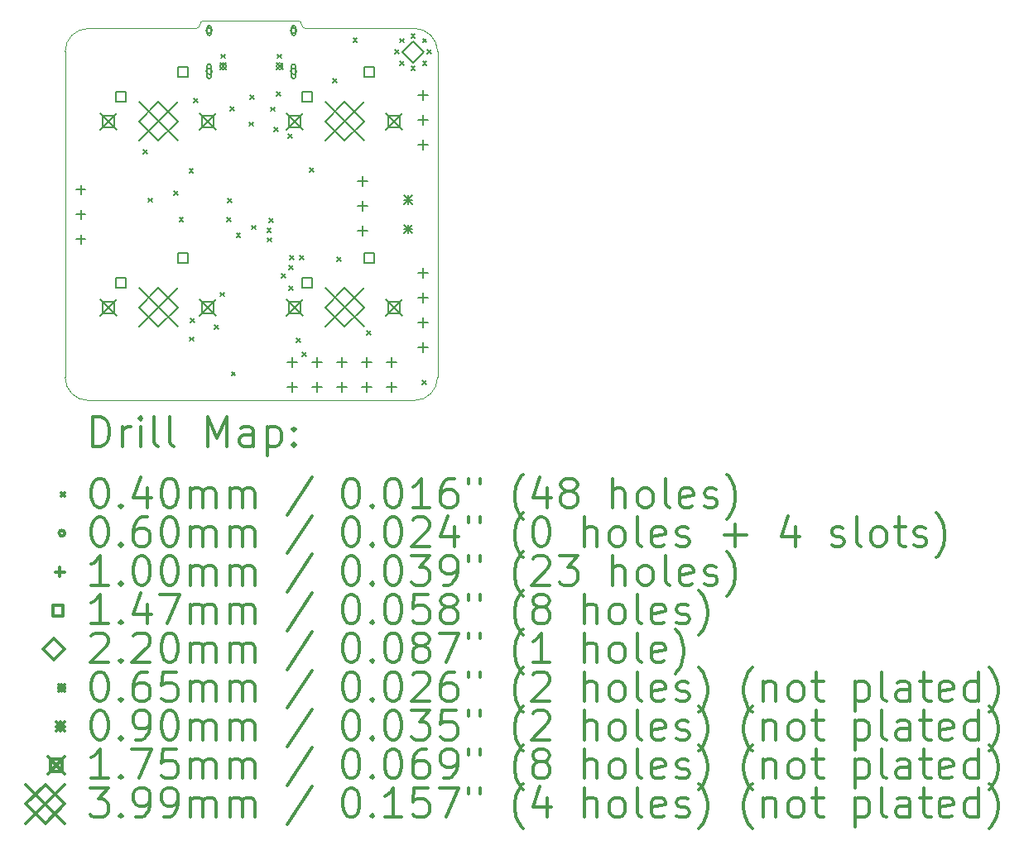
<source format=gbr>
%FSLAX45Y45*%
G04 Gerber Fmt 4.5, Leading zero omitted, Abs format (unit mm)*
G04 Created by KiCad (PCBNEW (5.1.5-0-10_14)) date 2020-10-23 09:09:03*
%MOMM*%
%LPD*%
G04 APERTURE LIST*
%TA.AperFunction,Profile*%
%ADD10C,0.050000*%
%TD*%
%ADD11C,0.200000*%
%ADD12C,0.300000*%
G04 APERTURE END LIST*
D10*
X6270000Y-3810000D02*
X7381875Y-3810000D01*
X4048125Y-3810000D02*
X5150000Y-3810000D01*
X6190000Y-3730000D02*
X5230000Y-3730000D01*
X5150000Y-3810000D02*
G75*
G03X5190000Y-3770000I0J40000D01*
G01*
X5230000Y-3730000D02*
G75*
G03X5190000Y-3770000I0J-40000D01*
G01*
X6270000Y-3810000D02*
G75*
G02X6230000Y-3770000I0J40000D01*
G01*
X6190000Y-3730000D02*
G75*
G02X6230000Y-3770000I0J-40000D01*
G01*
X7620000Y-7381875D02*
X7620000Y-4048125D01*
X4048125Y-7620000D02*
X7381875Y-7620000D01*
X3810000Y-4048125D02*
X3810000Y-7381875D01*
X7381875Y-3810000D02*
G75*
G02X7620000Y-4048125I0J-238125D01*
G01*
X7620000Y-7381875D02*
G75*
G02X7381875Y-7620000I-238125J0D01*
G01*
X4048125Y-7620000D02*
G75*
G02X3810000Y-7381875I0J238125D01*
G01*
X3810000Y-4048125D02*
G75*
G02X4048125Y-3810000I238125J0D01*
G01*
D11*
X4612960Y-5049840D02*
X4652960Y-5089840D01*
X4652960Y-5049840D02*
X4612960Y-5089840D01*
X4658100Y-5547680D02*
X4698100Y-5587680D01*
X4698100Y-5547680D02*
X4658100Y-5587680D01*
X4922375Y-5475180D02*
X4962375Y-5515180D01*
X4962375Y-5475180D02*
X4922375Y-5515180D01*
X4978720Y-5745800D02*
X5018720Y-5785800D01*
X5018720Y-5745800D02*
X4978720Y-5785800D01*
X5080320Y-5247960D02*
X5120320Y-5287960D01*
X5120320Y-5247960D02*
X5080320Y-5287960D01*
X5085400Y-6970080D02*
X5125400Y-7010080D01*
X5125400Y-6970080D02*
X5085400Y-7010080D01*
X5090480Y-6782120D02*
X5130480Y-6822120D01*
X5130480Y-6782120D02*
X5090480Y-6822120D01*
X5126040Y-4526600D02*
X5166040Y-4566600D01*
X5166040Y-4526600D02*
X5126040Y-4566600D01*
X5339400Y-6848160D02*
X5379400Y-6888160D01*
X5379400Y-6848160D02*
X5339400Y-6888160D01*
X5400360Y-6512880D02*
X5440360Y-6552880D01*
X5440360Y-6512880D02*
X5400360Y-6552880D01*
X5405440Y-4074480D02*
X5445440Y-4114480D01*
X5445440Y-4074480D02*
X5405440Y-4114480D01*
X5466400Y-5745800D02*
X5506400Y-5785800D01*
X5506400Y-5745800D02*
X5466400Y-5785800D01*
X5471480Y-5552760D02*
X5511480Y-5592760D01*
X5511480Y-5552760D02*
X5471480Y-5592760D01*
X5498260Y-4612960D02*
X5538260Y-4652960D01*
X5538260Y-4612960D02*
X5498260Y-4652960D01*
X5512120Y-7325680D02*
X5552120Y-7365680D01*
X5552120Y-7325680D02*
X5512120Y-7365680D01*
X5562920Y-5908360D02*
X5602920Y-5948360D01*
X5602920Y-5908360D02*
X5562920Y-5948360D01*
X5694767Y-4768631D02*
X5734767Y-4808631D01*
X5734767Y-4768631D02*
X5694767Y-4808631D01*
X5701265Y-4492855D02*
X5741265Y-4532855D01*
X5741265Y-4492855D02*
X5701265Y-4532855D01*
X5720400Y-5827080D02*
X5760400Y-5867080D01*
X5760400Y-5827080D02*
X5720400Y-5867080D01*
X5877088Y-5854252D02*
X5917088Y-5894252D01*
X5917088Y-5854252D02*
X5877088Y-5894252D01*
X5882960Y-5954080D02*
X5922960Y-5994080D01*
X5922960Y-5954080D02*
X5882960Y-5994080D01*
X5898200Y-5755960D02*
X5938200Y-5795960D01*
X5938200Y-5755960D02*
X5898200Y-5795960D01*
X5917140Y-4617575D02*
X5957140Y-4657575D01*
X5957140Y-4617575D02*
X5917140Y-4657575D01*
X5949000Y-4821240D02*
X5989000Y-4861240D01*
X5989000Y-4821240D02*
X5949000Y-4861240D01*
X5972325Y-4457555D02*
X6012325Y-4497555D01*
X6012325Y-4457555D02*
X5972325Y-4497555D01*
X5979480Y-4074480D02*
X6019480Y-4114480D01*
X6019480Y-4074480D02*
X5979480Y-4114480D01*
X6025315Y-6319955D02*
X6065315Y-6359955D01*
X6065315Y-6319955D02*
X6025315Y-6359955D01*
X6091240Y-4892360D02*
X6131240Y-4932360D01*
X6131240Y-4892360D02*
X6091240Y-4932360D01*
X6102710Y-6447622D02*
X6142710Y-6487622D01*
X6142710Y-6447622D02*
X6102710Y-6487622D01*
X6102854Y-6240014D02*
X6142854Y-6280014D01*
X6142854Y-6240014D02*
X6102854Y-6280014D01*
X6106480Y-6136960D02*
X6146480Y-6176960D01*
X6146480Y-6136960D02*
X6106480Y-6176960D01*
X6177600Y-6980240D02*
X6217600Y-7020240D01*
X6217600Y-6980240D02*
X6177600Y-7020240D01*
X6208327Y-6134822D02*
X6248327Y-6174822D01*
X6248327Y-6134822D02*
X6208327Y-6174822D01*
X6238560Y-7128940D02*
X6278560Y-7168940D01*
X6278560Y-7128940D02*
X6238560Y-7168940D01*
X6314760Y-5237800D02*
X6354760Y-5277800D01*
X6354760Y-5237800D02*
X6314760Y-5277800D01*
X6548440Y-4323400D02*
X6588440Y-4363400D01*
X6588440Y-4323400D02*
X6548440Y-4363400D01*
X6589080Y-6152200D02*
X6629080Y-6192200D01*
X6629080Y-6152200D02*
X6589080Y-6192200D01*
X6756720Y-3906840D02*
X6796720Y-3946840D01*
X6796720Y-3906840D02*
X6756720Y-3946840D01*
X6898960Y-6909120D02*
X6938960Y-6949120D01*
X6938960Y-6909120D02*
X6898960Y-6949120D01*
X7462840Y-7417120D02*
X7502840Y-7457120D01*
X7502840Y-7417120D02*
X7462840Y-7457120D01*
X7185000Y-4030000D02*
X7225000Y-4070000D01*
X7225000Y-4030000D02*
X7185000Y-4070000D01*
X7233327Y-3913327D02*
X7273327Y-3953327D01*
X7273327Y-3913327D02*
X7233327Y-3953327D01*
X7233327Y-4146673D02*
X7273327Y-4186673D01*
X7273327Y-4146673D02*
X7233327Y-4186673D01*
X7350000Y-3865000D02*
X7390000Y-3905000D01*
X7390000Y-3865000D02*
X7350000Y-3905000D01*
X7350000Y-4195000D02*
X7390000Y-4235000D01*
X7390000Y-4195000D02*
X7350000Y-4235000D01*
X7466673Y-3913327D02*
X7506673Y-3953327D01*
X7506673Y-3913327D02*
X7466673Y-3953327D01*
X7466673Y-4146673D02*
X7506673Y-4186673D01*
X7506673Y-4146673D02*
X7466673Y-4186673D01*
X7515000Y-4030000D02*
X7555000Y-4070000D01*
X7555000Y-4030000D02*
X7515000Y-4070000D01*
X5313000Y-3831875D02*
G75*
G03X5313000Y-3831875I-30000J0D01*
G01*
X5263000Y-3801875D02*
X5263000Y-3861875D01*
X5303000Y-3801875D02*
X5303000Y-3861875D01*
X5263000Y-3861875D02*
G75*
G03X5303000Y-3861875I20000J0D01*
G01*
X5303000Y-3801875D02*
G75*
G03X5263000Y-3801875I-20000J0D01*
G01*
X5313000Y-4249875D02*
G75*
G03X5313000Y-4249875I-30000J0D01*
G01*
X5263000Y-4194875D02*
X5263000Y-4304875D01*
X5303000Y-4194875D02*
X5303000Y-4304875D01*
X5263000Y-4304875D02*
G75*
G03X5303000Y-4304875I20000J0D01*
G01*
X5303000Y-4194875D02*
G75*
G03X5263000Y-4194875I-20000J0D01*
G01*
X6177000Y-3831875D02*
G75*
G03X6177000Y-3831875I-30000J0D01*
G01*
X6127000Y-3801875D02*
X6127000Y-3861875D01*
X6167000Y-3801875D02*
X6167000Y-3861875D01*
X6127000Y-3861875D02*
G75*
G03X6167000Y-3861875I20000J0D01*
G01*
X6167000Y-3801875D02*
G75*
G03X6127000Y-3801875I-20000J0D01*
G01*
X6177000Y-4249875D02*
G75*
G03X6177000Y-4249875I-30000J0D01*
G01*
X6127000Y-4194875D02*
X6127000Y-4304875D01*
X6167000Y-4194875D02*
X6167000Y-4304875D01*
X6127000Y-4304875D02*
G75*
G03X6167000Y-4304875I20000J0D01*
G01*
X6167000Y-4194875D02*
G75*
G03X6127000Y-4194875I-20000J0D01*
G01*
X7470000Y-4446000D02*
X7470000Y-4546000D01*
X7420000Y-4496000D02*
X7520000Y-4496000D01*
X7470000Y-4700000D02*
X7470000Y-4800000D01*
X7420000Y-4750000D02*
X7520000Y-4750000D01*
X7470000Y-4954000D02*
X7470000Y-5054000D01*
X7420000Y-5004000D02*
X7520000Y-5004000D01*
X6850000Y-5320000D02*
X6850000Y-5420000D01*
X6800000Y-5370000D02*
X6900000Y-5370000D01*
X6850000Y-5574000D02*
X6850000Y-5674000D01*
X6800000Y-5624000D02*
X6900000Y-5624000D01*
X6850000Y-5828000D02*
X6850000Y-5928000D01*
X6800000Y-5878000D02*
X6900000Y-5878000D01*
X6134000Y-7180000D02*
X6134000Y-7280000D01*
X6084000Y-7230000D02*
X6184000Y-7230000D01*
X6134000Y-7434000D02*
X6134000Y-7534000D01*
X6084000Y-7484000D02*
X6184000Y-7484000D01*
X6388000Y-7180000D02*
X6388000Y-7280000D01*
X6338000Y-7230000D02*
X6438000Y-7230000D01*
X6388000Y-7434000D02*
X6388000Y-7534000D01*
X6338000Y-7484000D02*
X6438000Y-7484000D01*
X6642000Y-7180000D02*
X6642000Y-7280000D01*
X6592000Y-7230000D02*
X6692000Y-7230000D01*
X6642000Y-7434000D02*
X6642000Y-7534000D01*
X6592000Y-7484000D02*
X6692000Y-7484000D01*
X6896000Y-7180000D02*
X6896000Y-7280000D01*
X6846000Y-7230000D02*
X6946000Y-7230000D01*
X6896000Y-7434000D02*
X6896000Y-7534000D01*
X6846000Y-7484000D02*
X6946000Y-7484000D01*
X7150000Y-7180000D02*
X7150000Y-7280000D01*
X7100000Y-7230000D02*
X7200000Y-7230000D01*
X7150000Y-7434000D02*
X7150000Y-7534000D01*
X7100000Y-7484000D02*
X7200000Y-7484000D01*
X7470000Y-6260000D02*
X7470000Y-6360000D01*
X7420000Y-6310000D02*
X7520000Y-6310000D01*
X7470000Y-6514000D02*
X7470000Y-6614000D01*
X7420000Y-6564000D02*
X7520000Y-6564000D01*
X7470000Y-6768000D02*
X7470000Y-6868000D01*
X7420000Y-6818000D02*
X7520000Y-6818000D01*
X7470000Y-7022000D02*
X7470000Y-7122000D01*
X7420000Y-7072000D02*
X7520000Y-7072000D01*
X3970000Y-5412000D02*
X3970000Y-5512000D01*
X3920000Y-5462000D02*
X4020000Y-5462000D01*
X3970000Y-5666000D02*
X3970000Y-5766000D01*
X3920000Y-5716000D02*
X4020000Y-5716000D01*
X3970000Y-5920000D02*
X3970000Y-6020000D01*
X3920000Y-5970000D02*
X4020000Y-5970000D01*
X6338473Y-4560473D02*
X6338473Y-4456527D01*
X6234527Y-4456527D01*
X6234527Y-4560473D01*
X6338473Y-4560473D01*
X6973473Y-4306473D02*
X6973473Y-4202527D01*
X6869527Y-4202527D01*
X6869527Y-4306473D01*
X6973473Y-4306473D01*
X4433473Y-4560473D02*
X4433473Y-4456527D01*
X4329527Y-4456527D01*
X4329527Y-4560473D01*
X4433473Y-4560473D01*
X5068473Y-4306473D02*
X5068473Y-4202527D01*
X4964527Y-4202527D01*
X4964527Y-4306473D01*
X5068473Y-4306473D01*
X6338473Y-6465473D02*
X6338473Y-6361527D01*
X6234527Y-6361527D01*
X6234527Y-6465473D01*
X6338473Y-6465473D01*
X6973473Y-6211473D02*
X6973473Y-6107527D01*
X6869527Y-6107527D01*
X6869527Y-6211473D01*
X6973473Y-6211473D01*
X4433473Y-6465473D02*
X4433473Y-6361527D01*
X4329527Y-6361527D01*
X4329527Y-6465473D01*
X4433473Y-6465473D01*
X5068473Y-6211473D02*
X5068473Y-6107527D01*
X4964527Y-6107527D01*
X4964527Y-6211473D01*
X5068473Y-6211473D01*
X7370000Y-4160000D02*
X7480000Y-4050000D01*
X7370000Y-3940000D01*
X7260000Y-4050000D01*
X7370000Y-4160000D01*
X5393500Y-4164375D02*
X5458500Y-4229375D01*
X5458500Y-4164375D02*
X5393500Y-4229375D01*
X5458500Y-4196875D02*
G75*
G03X5458500Y-4196875I-32500J0D01*
G01*
X5971500Y-4164375D02*
X6036500Y-4229375D01*
X6036500Y-4164375D02*
X5971500Y-4229375D01*
X6036500Y-4196875D02*
G75*
G03X6036500Y-4196875I-32500J0D01*
G01*
X7272720Y-5520000D02*
X7362720Y-5610000D01*
X7362720Y-5520000D02*
X7272720Y-5610000D01*
X7317720Y-5520000D02*
X7317720Y-5610000D01*
X7272720Y-5565000D02*
X7362720Y-5565000D01*
X7272720Y-5820000D02*
X7362720Y-5910000D01*
X7362720Y-5820000D02*
X7272720Y-5910000D01*
X7317720Y-5820000D02*
X7317720Y-5910000D01*
X7272720Y-5865000D02*
X7362720Y-5865000D01*
X6072000Y-4675000D02*
X6247000Y-4850000D01*
X6247000Y-4675000D02*
X6072000Y-4850000D01*
X6221372Y-4824372D02*
X6221372Y-4700628D01*
X6097628Y-4700628D01*
X6097628Y-4824372D01*
X6221372Y-4824372D01*
X7088000Y-4675000D02*
X7263000Y-4850000D01*
X7263000Y-4675000D02*
X7088000Y-4850000D01*
X7237372Y-4824372D02*
X7237372Y-4700628D01*
X7113628Y-4700628D01*
X7113628Y-4824372D01*
X7237372Y-4824372D01*
X4167000Y-4675000D02*
X4342000Y-4850000D01*
X4342000Y-4675000D02*
X4167000Y-4850000D01*
X4316372Y-4824372D02*
X4316372Y-4700628D01*
X4192628Y-4700628D01*
X4192628Y-4824372D01*
X4316372Y-4824372D01*
X5183000Y-4675000D02*
X5358000Y-4850000D01*
X5358000Y-4675000D02*
X5183000Y-4850000D01*
X5332372Y-4824372D02*
X5332372Y-4700628D01*
X5208628Y-4700628D01*
X5208628Y-4824372D01*
X5332372Y-4824372D01*
X6072000Y-6580000D02*
X6247000Y-6755000D01*
X6247000Y-6580000D02*
X6072000Y-6755000D01*
X6221372Y-6729372D02*
X6221372Y-6605628D01*
X6097628Y-6605628D01*
X6097628Y-6729372D01*
X6221372Y-6729372D01*
X7088000Y-6580000D02*
X7263000Y-6755000D01*
X7263000Y-6580000D02*
X7088000Y-6755000D01*
X7237372Y-6729372D02*
X7237372Y-6605628D01*
X7113628Y-6605628D01*
X7113628Y-6729372D01*
X7237372Y-6729372D01*
X4167000Y-6580000D02*
X4342000Y-6755000D01*
X4342000Y-6580000D02*
X4167000Y-6755000D01*
X4316372Y-6729372D02*
X4316372Y-6605628D01*
X4192628Y-6605628D01*
X4192628Y-6729372D01*
X4316372Y-6729372D01*
X5183000Y-6580000D02*
X5358000Y-6755000D01*
X5358000Y-6580000D02*
X5183000Y-6755000D01*
X5332372Y-6729372D02*
X5332372Y-6605628D01*
X5208628Y-6605628D01*
X5208628Y-6729372D01*
X5332372Y-6729372D01*
X6468110Y-4563110D02*
X6866890Y-4961890D01*
X6866890Y-4563110D02*
X6468110Y-4961890D01*
X6667500Y-4961890D02*
X6866890Y-4762500D01*
X6667500Y-4563110D01*
X6468110Y-4762500D01*
X6667500Y-4961890D01*
X4563110Y-4563110D02*
X4961890Y-4961890D01*
X4961890Y-4563110D02*
X4563110Y-4961890D01*
X4762500Y-4961890D02*
X4961890Y-4762500D01*
X4762500Y-4563110D01*
X4563110Y-4762500D01*
X4762500Y-4961890D01*
X6468110Y-6468110D02*
X6866890Y-6866890D01*
X6866890Y-6468110D02*
X6468110Y-6866890D01*
X6667500Y-6866890D02*
X6866890Y-6667500D01*
X6667500Y-6468110D01*
X6468110Y-6667500D01*
X6667500Y-6866890D01*
X4563110Y-6468110D02*
X4961890Y-6866890D01*
X4961890Y-6468110D02*
X4563110Y-6866890D01*
X4762500Y-6866890D02*
X4961890Y-6667500D01*
X4762500Y-6468110D01*
X4563110Y-6667500D01*
X4762500Y-6866890D01*
D12*
X4093928Y-8088214D02*
X4093928Y-7788214D01*
X4165357Y-7788214D01*
X4208214Y-7802500D01*
X4236786Y-7831071D01*
X4251071Y-7859643D01*
X4265357Y-7916786D01*
X4265357Y-7959643D01*
X4251071Y-8016786D01*
X4236786Y-8045357D01*
X4208214Y-8073929D01*
X4165357Y-8088214D01*
X4093928Y-8088214D01*
X4393928Y-8088214D02*
X4393928Y-7888214D01*
X4393928Y-7945357D02*
X4408214Y-7916786D01*
X4422500Y-7902500D01*
X4451071Y-7888214D01*
X4479643Y-7888214D01*
X4579643Y-8088214D02*
X4579643Y-7888214D01*
X4579643Y-7788214D02*
X4565357Y-7802500D01*
X4579643Y-7816786D01*
X4593928Y-7802500D01*
X4579643Y-7788214D01*
X4579643Y-7816786D01*
X4765357Y-8088214D02*
X4736786Y-8073929D01*
X4722500Y-8045357D01*
X4722500Y-7788214D01*
X4922500Y-8088214D02*
X4893928Y-8073929D01*
X4879643Y-8045357D01*
X4879643Y-7788214D01*
X5265357Y-8088214D02*
X5265357Y-7788214D01*
X5365357Y-8002500D01*
X5465357Y-7788214D01*
X5465357Y-8088214D01*
X5736786Y-8088214D02*
X5736786Y-7931071D01*
X5722500Y-7902500D01*
X5693928Y-7888214D01*
X5636786Y-7888214D01*
X5608214Y-7902500D01*
X5736786Y-8073929D02*
X5708214Y-8088214D01*
X5636786Y-8088214D01*
X5608214Y-8073929D01*
X5593928Y-8045357D01*
X5593928Y-8016786D01*
X5608214Y-7988214D01*
X5636786Y-7973929D01*
X5708214Y-7973929D01*
X5736786Y-7959643D01*
X5879643Y-7888214D02*
X5879643Y-8188214D01*
X5879643Y-7902500D02*
X5908214Y-7888214D01*
X5965357Y-7888214D01*
X5993928Y-7902500D01*
X6008214Y-7916786D01*
X6022500Y-7945357D01*
X6022500Y-8031071D01*
X6008214Y-8059643D01*
X5993928Y-8073929D01*
X5965357Y-8088214D01*
X5908214Y-8088214D01*
X5879643Y-8073929D01*
X6151071Y-8059643D02*
X6165357Y-8073929D01*
X6151071Y-8088214D01*
X6136786Y-8073929D01*
X6151071Y-8059643D01*
X6151071Y-8088214D01*
X6151071Y-7902500D02*
X6165357Y-7916786D01*
X6151071Y-7931071D01*
X6136786Y-7916786D01*
X6151071Y-7902500D01*
X6151071Y-7931071D01*
X3767500Y-8562500D02*
X3807500Y-8602500D01*
X3807500Y-8562500D02*
X3767500Y-8602500D01*
X4151071Y-8418214D02*
X4179643Y-8418214D01*
X4208214Y-8432500D01*
X4222500Y-8446786D01*
X4236786Y-8475357D01*
X4251071Y-8532500D01*
X4251071Y-8603929D01*
X4236786Y-8661072D01*
X4222500Y-8689643D01*
X4208214Y-8703929D01*
X4179643Y-8718214D01*
X4151071Y-8718214D01*
X4122500Y-8703929D01*
X4108214Y-8689643D01*
X4093928Y-8661072D01*
X4079643Y-8603929D01*
X4079643Y-8532500D01*
X4093928Y-8475357D01*
X4108214Y-8446786D01*
X4122500Y-8432500D01*
X4151071Y-8418214D01*
X4379643Y-8689643D02*
X4393928Y-8703929D01*
X4379643Y-8718214D01*
X4365357Y-8703929D01*
X4379643Y-8689643D01*
X4379643Y-8718214D01*
X4651071Y-8518214D02*
X4651071Y-8718214D01*
X4579643Y-8403929D02*
X4508214Y-8618214D01*
X4693928Y-8618214D01*
X4865357Y-8418214D02*
X4893928Y-8418214D01*
X4922500Y-8432500D01*
X4936786Y-8446786D01*
X4951071Y-8475357D01*
X4965357Y-8532500D01*
X4965357Y-8603929D01*
X4951071Y-8661072D01*
X4936786Y-8689643D01*
X4922500Y-8703929D01*
X4893928Y-8718214D01*
X4865357Y-8718214D01*
X4836786Y-8703929D01*
X4822500Y-8689643D01*
X4808214Y-8661072D01*
X4793928Y-8603929D01*
X4793928Y-8532500D01*
X4808214Y-8475357D01*
X4822500Y-8446786D01*
X4836786Y-8432500D01*
X4865357Y-8418214D01*
X5093928Y-8718214D02*
X5093928Y-8518214D01*
X5093928Y-8546786D02*
X5108214Y-8532500D01*
X5136786Y-8518214D01*
X5179643Y-8518214D01*
X5208214Y-8532500D01*
X5222500Y-8561072D01*
X5222500Y-8718214D01*
X5222500Y-8561072D02*
X5236786Y-8532500D01*
X5265357Y-8518214D01*
X5308214Y-8518214D01*
X5336786Y-8532500D01*
X5351071Y-8561072D01*
X5351071Y-8718214D01*
X5493928Y-8718214D02*
X5493928Y-8518214D01*
X5493928Y-8546786D02*
X5508214Y-8532500D01*
X5536786Y-8518214D01*
X5579643Y-8518214D01*
X5608214Y-8532500D01*
X5622500Y-8561072D01*
X5622500Y-8718214D01*
X5622500Y-8561072D02*
X5636786Y-8532500D01*
X5665357Y-8518214D01*
X5708214Y-8518214D01*
X5736786Y-8532500D01*
X5751071Y-8561072D01*
X5751071Y-8718214D01*
X6336786Y-8403929D02*
X6079643Y-8789643D01*
X6722500Y-8418214D02*
X6751071Y-8418214D01*
X6779643Y-8432500D01*
X6793928Y-8446786D01*
X6808214Y-8475357D01*
X6822500Y-8532500D01*
X6822500Y-8603929D01*
X6808214Y-8661072D01*
X6793928Y-8689643D01*
X6779643Y-8703929D01*
X6751071Y-8718214D01*
X6722500Y-8718214D01*
X6693928Y-8703929D01*
X6679643Y-8689643D01*
X6665357Y-8661072D01*
X6651071Y-8603929D01*
X6651071Y-8532500D01*
X6665357Y-8475357D01*
X6679643Y-8446786D01*
X6693928Y-8432500D01*
X6722500Y-8418214D01*
X6951071Y-8689643D02*
X6965357Y-8703929D01*
X6951071Y-8718214D01*
X6936786Y-8703929D01*
X6951071Y-8689643D01*
X6951071Y-8718214D01*
X7151071Y-8418214D02*
X7179643Y-8418214D01*
X7208214Y-8432500D01*
X7222500Y-8446786D01*
X7236786Y-8475357D01*
X7251071Y-8532500D01*
X7251071Y-8603929D01*
X7236786Y-8661072D01*
X7222500Y-8689643D01*
X7208214Y-8703929D01*
X7179643Y-8718214D01*
X7151071Y-8718214D01*
X7122500Y-8703929D01*
X7108214Y-8689643D01*
X7093928Y-8661072D01*
X7079643Y-8603929D01*
X7079643Y-8532500D01*
X7093928Y-8475357D01*
X7108214Y-8446786D01*
X7122500Y-8432500D01*
X7151071Y-8418214D01*
X7536786Y-8718214D02*
X7365357Y-8718214D01*
X7451071Y-8718214D02*
X7451071Y-8418214D01*
X7422500Y-8461072D01*
X7393928Y-8489643D01*
X7365357Y-8503929D01*
X7793928Y-8418214D02*
X7736786Y-8418214D01*
X7708214Y-8432500D01*
X7693928Y-8446786D01*
X7665357Y-8489643D01*
X7651071Y-8546786D01*
X7651071Y-8661072D01*
X7665357Y-8689643D01*
X7679643Y-8703929D01*
X7708214Y-8718214D01*
X7765357Y-8718214D01*
X7793928Y-8703929D01*
X7808214Y-8689643D01*
X7822500Y-8661072D01*
X7822500Y-8589643D01*
X7808214Y-8561072D01*
X7793928Y-8546786D01*
X7765357Y-8532500D01*
X7708214Y-8532500D01*
X7679643Y-8546786D01*
X7665357Y-8561072D01*
X7651071Y-8589643D01*
X7936786Y-8418214D02*
X7936786Y-8475357D01*
X8051071Y-8418214D02*
X8051071Y-8475357D01*
X8493928Y-8832500D02*
X8479643Y-8818214D01*
X8451071Y-8775357D01*
X8436786Y-8746786D01*
X8422500Y-8703929D01*
X8408214Y-8632500D01*
X8408214Y-8575357D01*
X8422500Y-8503929D01*
X8436786Y-8461072D01*
X8451071Y-8432500D01*
X8479643Y-8389643D01*
X8493928Y-8375357D01*
X8736786Y-8518214D02*
X8736786Y-8718214D01*
X8665357Y-8403929D02*
X8593928Y-8618214D01*
X8779643Y-8618214D01*
X8936786Y-8546786D02*
X8908214Y-8532500D01*
X8893928Y-8518214D01*
X8879643Y-8489643D01*
X8879643Y-8475357D01*
X8893928Y-8446786D01*
X8908214Y-8432500D01*
X8936786Y-8418214D01*
X8993928Y-8418214D01*
X9022500Y-8432500D01*
X9036786Y-8446786D01*
X9051071Y-8475357D01*
X9051071Y-8489643D01*
X9036786Y-8518214D01*
X9022500Y-8532500D01*
X8993928Y-8546786D01*
X8936786Y-8546786D01*
X8908214Y-8561072D01*
X8893928Y-8575357D01*
X8879643Y-8603929D01*
X8879643Y-8661072D01*
X8893928Y-8689643D01*
X8908214Y-8703929D01*
X8936786Y-8718214D01*
X8993928Y-8718214D01*
X9022500Y-8703929D01*
X9036786Y-8689643D01*
X9051071Y-8661072D01*
X9051071Y-8603929D01*
X9036786Y-8575357D01*
X9022500Y-8561072D01*
X8993928Y-8546786D01*
X9408214Y-8718214D02*
X9408214Y-8418214D01*
X9536786Y-8718214D02*
X9536786Y-8561072D01*
X9522500Y-8532500D01*
X9493928Y-8518214D01*
X9451071Y-8518214D01*
X9422500Y-8532500D01*
X9408214Y-8546786D01*
X9722500Y-8718214D02*
X9693928Y-8703929D01*
X9679643Y-8689643D01*
X9665357Y-8661072D01*
X9665357Y-8575357D01*
X9679643Y-8546786D01*
X9693928Y-8532500D01*
X9722500Y-8518214D01*
X9765357Y-8518214D01*
X9793928Y-8532500D01*
X9808214Y-8546786D01*
X9822500Y-8575357D01*
X9822500Y-8661072D01*
X9808214Y-8689643D01*
X9793928Y-8703929D01*
X9765357Y-8718214D01*
X9722500Y-8718214D01*
X9993928Y-8718214D02*
X9965357Y-8703929D01*
X9951071Y-8675357D01*
X9951071Y-8418214D01*
X10222500Y-8703929D02*
X10193928Y-8718214D01*
X10136786Y-8718214D01*
X10108214Y-8703929D01*
X10093928Y-8675357D01*
X10093928Y-8561072D01*
X10108214Y-8532500D01*
X10136786Y-8518214D01*
X10193928Y-8518214D01*
X10222500Y-8532500D01*
X10236786Y-8561072D01*
X10236786Y-8589643D01*
X10093928Y-8618214D01*
X10351071Y-8703929D02*
X10379643Y-8718214D01*
X10436786Y-8718214D01*
X10465357Y-8703929D01*
X10479643Y-8675357D01*
X10479643Y-8661072D01*
X10465357Y-8632500D01*
X10436786Y-8618214D01*
X10393928Y-8618214D01*
X10365357Y-8603929D01*
X10351071Y-8575357D01*
X10351071Y-8561072D01*
X10365357Y-8532500D01*
X10393928Y-8518214D01*
X10436786Y-8518214D01*
X10465357Y-8532500D01*
X10579643Y-8832500D02*
X10593928Y-8818214D01*
X10622500Y-8775357D01*
X10636786Y-8746786D01*
X10651071Y-8703929D01*
X10665357Y-8632500D01*
X10665357Y-8575357D01*
X10651071Y-8503929D01*
X10636786Y-8461072D01*
X10622500Y-8432500D01*
X10593928Y-8389643D01*
X10579643Y-8375357D01*
X3807500Y-8978500D02*
G75*
G03X3807500Y-8978500I-30000J0D01*
G01*
X4151071Y-8814214D02*
X4179643Y-8814214D01*
X4208214Y-8828500D01*
X4222500Y-8842786D01*
X4236786Y-8871357D01*
X4251071Y-8928500D01*
X4251071Y-8999929D01*
X4236786Y-9057072D01*
X4222500Y-9085643D01*
X4208214Y-9099929D01*
X4179643Y-9114214D01*
X4151071Y-9114214D01*
X4122500Y-9099929D01*
X4108214Y-9085643D01*
X4093928Y-9057072D01*
X4079643Y-8999929D01*
X4079643Y-8928500D01*
X4093928Y-8871357D01*
X4108214Y-8842786D01*
X4122500Y-8828500D01*
X4151071Y-8814214D01*
X4379643Y-9085643D02*
X4393928Y-9099929D01*
X4379643Y-9114214D01*
X4365357Y-9099929D01*
X4379643Y-9085643D01*
X4379643Y-9114214D01*
X4651071Y-8814214D02*
X4593928Y-8814214D01*
X4565357Y-8828500D01*
X4551071Y-8842786D01*
X4522500Y-8885643D01*
X4508214Y-8942786D01*
X4508214Y-9057072D01*
X4522500Y-9085643D01*
X4536786Y-9099929D01*
X4565357Y-9114214D01*
X4622500Y-9114214D01*
X4651071Y-9099929D01*
X4665357Y-9085643D01*
X4679643Y-9057072D01*
X4679643Y-8985643D01*
X4665357Y-8957072D01*
X4651071Y-8942786D01*
X4622500Y-8928500D01*
X4565357Y-8928500D01*
X4536786Y-8942786D01*
X4522500Y-8957072D01*
X4508214Y-8985643D01*
X4865357Y-8814214D02*
X4893928Y-8814214D01*
X4922500Y-8828500D01*
X4936786Y-8842786D01*
X4951071Y-8871357D01*
X4965357Y-8928500D01*
X4965357Y-8999929D01*
X4951071Y-9057072D01*
X4936786Y-9085643D01*
X4922500Y-9099929D01*
X4893928Y-9114214D01*
X4865357Y-9114214D01*
X4836786Y-9099929D01*
X4822500Y-9085643D01*
X4808214Y-9057072D01*
X4793928Y-8999929D01*
X4793928Y-8928500D01*
X4808214Y-8871357D01*
X4822500Y-8842786D01*
X4836786Y-8828500D01*
X4865357Y-8814214D01*
X5093928Y-9114214D02*
X5093928Y-8914214D01*
X5093928Y-8942786D02*
X5108214Y-8928500D01*
X5136786Y-8914214D01*
X5179643Y-8914214D01*
X5208214Y-8928500D01*
X5222500Y-8957072D01*
X5222500Y-9114214D01*
X5222500Y-8957072D02*
X5236786Y-8928500D01*
X5265357Y-8914214D01*
X5308214Y-8914214D01*
X5336786Y-8928500D01*
X5351071Y-8957072D01*
X5351071Y-9114214D01*
X5493928Y-9114214D02*
X5493928Y-8914214D01*
X5493928Y-8942786D02*
X5508214Y-8928500D01*
X5536786Y-8914214D01*
X5579643Y-8914214D01*
X5608214Y-8928500D01*
X5622500Y-8957072D01*
X5622500Y-9114214D01*
X5622500Y-8957072D02*
X5636786Y-8928500D01*
X5665357Y-8914214D01*
X5708214Y-8914214D01*
X5736786Y-8928500D01*
X5751071Y-8957072D01*
X5751071Y-9114214D01*
X6336786Y-8799929D02*
X6079643Y-9185643D01*
X6722500Y-8814214D02*
X6751071Y-8814214D01*
X6779643Y-8828500D01*
X6793928Y-8842786D01*
X6808214Y-8871357D01*
X6822500Y-8928500D01*
X6822500Y-8999929D01*
X6808214Y-9057072D01*
X6793928Y-9085643D01*
X6779643Y-9099929D01*
X6751071Y-9114214D01*
X6722500Y-9114214D01*
X6693928Y-9099929D01*
X6679643Y-9085643D01*
X6665357Y-9057072D01*
X6651071Y-8999929D01*
X6651071Y-8928500D01*
X6665357Y-8871357D01*
X6679643Y-8842786D01*
X6693928Y-8828500D01*
X6722500Y-8814214D01*
X6951071Y-9085643D02*
X6965357Y-9099929D01*
X6951071Y-9114214D01*
X6936786Y-9099929D01*
X6951071Y-9085643D01*
X6951071Y-9114214D01*
X7151071Y-8814214D02*
X7179643Y-8814214D01*
X7208214Y-8828500D01*
X7222500Y-8842786D01*
X7236786Y-8871357D01*
X7251071Y-8928500D01*
X7251071Y-8999929D01*
X7236786Y-9057072D01*
X7222500Y-9085643D01*
X7208214Y-9099929D01*
X7179643Y-9114214D01*
X7151071Y-9114214D01*
X7122500Y-9099929D01*
X7108214Y-9085643D01*
X7093928Y-9057072D01*
X7079643Y-8999929D01*
X7079643Y-8928500D01*
X7093928Y-8871357D01*
X7108214Y-8842786D01*
X7122500Y-8828500D01*
X7151071Y-8814214D01*
X7365357Y-8842786D02*
X7379643Y-8828500D01*
X7408214Y-8814214D01*
X7479643Y-8814214D01*
X7508214Y-8828500D01*
X7522500Y-8842786D01*
X7536786Y-8871357D01*
X7536786Y-8899929D01*
X7522500Y-8942786D01*
X7351071Y-9114214D01*
X7536786Y-9114214D01*
X7793928Y-8914214D02*
X7793928Y-9114214D01*
X7722500Y-8799929D02*
X7651071Y-9014214D01*
X7836786Y-9014214D01*
X7936786Y-8814214D02*
X7936786Y-8871357D01*
X8051071Y-8814214D02*
X8051071Y-8871357D01*
X8493928Y-9228500D02*
X8479643Y-9214214D01*
X8451071Y-9171357D01*
X8436786Y-9142786D01*
X8422500Y-9099929D01*
X8408214Y-9028500D01*
X8408214Y-8971357D01*
X8422500Y-8899929D01*
X8436786Y-8857072D01*
X8451071Y-8828500D01*
X8479643Y-8785643D01*
X8493928Y-8771357D01*
X8665357Y-8814214D02*
X8693928Y-8814214D01*
X8722500Y-8828500D01*
X8736786Y-8842786D01*
X8751071Y-8871357D01*
X8765357Y-8928500D01*
X8765357Y-8999929D01*
X8751071Y-9057072D01*
X8736786Y-9085643D01*
X8722500Y-9099929D01*
X8693928Y-9114214D01*
X8665357Y-9114214D01*
X8636786Y-9099929D01*
X8622500Y-9085643D01*
X8608214Y-9057072D01*
X8593928Y-8999929D01*
X8593928Y-8928500D01*
X8608214Y-8871357D01*
X8622500Y-8842786D01*
X8636786Y-8828500D01*
X8665357Y-8814214D01*
X9122500Y-9114214D02*
X9122500Y-8814214D01*
X9251071Y-9114214D02*
X9251071Y-8957072D01*
X9236786Y-8928500D01*
X9208214Y-8914214D01*
X9165357Y-8914214D01*
X9136786Y-8928500D01*
X9122500Y-8942786D01*
X9436786Y-9114214D02*
X9408214Y-9099929D01*
X9393928Y-9085643D01*
X9379643Y-9057072D01*
X9379643Y-8971357D01*
X9393928Y-8942786D01*
X9408214Y-8928500D01*
X9436786Y-8914214D01*
X9479643Y-8914214D01*
X9508214Y-8928500D01*
X9522500Y-8942786D01*
X9536786Y-8971357D01*
X9536786Y-9057072D01*
X9522500Y-9085643D01*
X9508214Y-9099929D01*
X9479643Y-9114214D01*
X9436786Y-9114214D01*
X9708214Y-9114214D02*
X9679643Y-9099929D01*
X9665357Y-9071357D01*
X9665357Y-8814214D01*
X9936786Y-9099929D02*
X9908214Y-9114214D01*
X9851071Y-9114214D01*
X9822500Y-9099929D01*
X9808214Y-9071357D01*
X9808214Y-8957072D01*
X9822500Y-8928500D01*
X9851071Y-8914214D01*
X9908214Y-8914214D01*
X9936786Y-8928500D01*
X9951071Y-8957072D01*
X9951071Y-8985643D01*
X9808214Y-9014214D01*
X10065357Y-9099929D02*
X10093928Y-9114214D01*
X10151071Y-9114214D01*
X10179643Y-9099929D01*
X10193928Y-9071357D01*
X10193928Y-9057072D01*
X10179643Y-9028500D01*
X10151071Y-9014214D01*
X10108214Y-9014214D01*
X10079643Y-8999929D01*
X10065357Y-8971357D01*
X10065357Y-8957072D01*
X10079643Y-8928500D01*
X10108214Y-8914214D01*
X10151071Y-8914214D01*
X10179643Y-8928500D01*
X10551071Y-8999929D02*
X10779643Y-8999929D01*
X10665357Y-9114214D02*
X10665357Y-8885643D01*
X11279643Y-8914214D02*
X11279643Y-9114214D01*
X11208214Y-8799929D02*
X11136786Y-9014214D01*
X11322500Y-9014214D01*
X11651071Y-9099929D02*
X11679643Y-9114214D01*
X11736786Y-9114214D01*
X11765357Y-9099929D01*
X11779643Y-9071357D01*
X11779643Y-9057072D01*
X11765357Y-9028500D01*
X11736786Y-9014214D01*
X11693928Y-9014214D01*
X11665357Y-8999929D01*
X11651071Y-8971357D01*
X11651071Y-8957072D01*
X11665357Y-8928500D01*
X11693928Y-8914214D01*
X11736786Y-8914214D01*
X11765357Y-8928500D01*
X11951071Y-9114214D02*
X11922500Y-9099929D01*
X11908214Y-9071357D01*
X11908214Y-8814214D01*
X12108214Y-9114214D02*
X12079643Y-9099929D01*
X12065357Y-9085643D01*
X12051071Y-9057072D01*
X12051071Y-8971357D01*
X12065357Y-8942786D01*
X12079643Y-8928500D01*
X12108214Y-8914214D01*
X12151071Y-8914214D01*
X12179643Y-8928500D01*
X12193928Y-8942786D01*
X12208214Y-8971357D01*
X12208214Y-9057072D01*
X12193928Y-9085643D01*
X12179643Y-9099929D01*
X12151071Y-9114214D01*
X12108214Y-9114214D01*
X12293928Y-8914214D02*
X12408214Y-8914214D01*
X12336786Y-8814214D02*
X12336786Y-9071357D01*
X12351071Y-9099929D01*
X12379643Y-9114214D01*
X12408214Y-9114214D01*
X12493928Y-9099929D02*
X12522500Y-9114214D01*
X12579643Y-9114214D01*
X12608214Y-9099929D01*
X12622500Y-9071357D01*
X12622500Y-9057072D01*
X12608214Y-9028500D01*
X12579643Y-9014214D01*
X12536786Y-9014214D01*
X12508214Y-8999929D01*
X12493928Y-8971357D01*
X12493928Y-8957072D01*
X12508214Y-8928500D01*
X12536786Y-8914214D01*
X12579643Y-8914214D01*
X12608214Y-8928500D01*
X12722500Y-9228500D02*
X12736786Y-9214214D01*
X12765357Y-9171357D01*
X12779643Y-9142786D01*
X12793928Y-9099929D01*
X12808214Y-9028500D01*
X12808214Y-8971357D01*
X12793928Y-8899929D01*
X12779643Y-8857072D01*
X12765357Y-8828500D01*
X12736786Y-8785643D01*
X12722500Y-8771357D01*
X3757500Y-9324500D02*
X3757500Y-9424500D01*
X3707500Y-9374500D02*
X3807500Y-9374500D01*
X4251071Y-9510214D02*
X4079643Y-9510214D01*
X4165357Y-9510214D02*
X4165357Y-9210214D01*
X4136786Y-9253072D01*
X4108214Y-9281643D01*
X4079643Y-9295929D01*
X4379643Y-9481643D02*
X4393928Y-9495929D01*
X4379643Y-9510214D01*
X4365357Y-9495929D01*
X4379643Y-9481643D01*
X4379643Y-9510214D01*
X4579643Y-9210214D02*
X4608214Y-9210214D01*
X4636786Y-9224500D01*
X4651071Y-9238786D01*
X4665357Y-9267357D01*
X4679643Y-9324500D01*
X4679643Y-9395929D01*
X4665357Y-9453072D01*
X4651071Y-9481643D01*
X4636786Y-9495929D01*
X4608214Y-9510214D01*
X4579643Y-9510214D01*
X4551071Y-9495929D01*
X4536786Y-9481643D01*
X4522500Y-9453072D01*
X4508214Y-9395929D01*
X4508214Y-9324500D01*
X4522500Y-9267357D01*
X4536786Y-9238786D01*
X4551071Y-9224500D01*
X4579643Y-9210214D01*
X4865357Y-9210214D02*
X4893928Y-9210214D01*
X4922500Y-9224500D01*
X4936786Y-9238786D01*
X4951071Y-9267357D01*
X4965357Y-9324500D01*
X4965357Y-9395929D01*
X4951071Y-9453072D01*
X4936786Y-9481643D01*
X4922500Y-9495929D01*
X4893928Y-9510214D01*
X4865357Y-9510214D01*
X4836786Y-9495929D01*
X4822500Y-9481643D01*
X4808214Y-9453072D01*
X4793928Y-9395929D01*
X4793928Y-9324500D01*
X4808214Y-9267357D01*
X4822500Y-9238786D01*
X4836786Y-9224500D01*
X4865357Y-9210214D01*
X5093928Y-9510214D02*
X5093928Y-9310214D01*
X5093928Y-9338786D02*
X5108214Y-9324500D01*
X5136786Y-9310214D01*
X5179643Y-9310214D01*
X5208214Y-9324500D01*
X5222500Y-9353072D01*
X5222500Y-9510214D01*
X5222500Y-9353072D02*
X5236786Y-9324500D01*
X5265357Y-9310214D01*
X5308214Y-9310214D01*
X5336786Y-9324500D01*
X5351071Y-9353072D01*
X5351071Y-9510214D01*
X5493928Y-9510214D02*
X5493928Y-9310214D01*
X5493928Y-9338786D02*
X5508214Y-9324500D01*
X5536786Y-9310214D01*
X5579643Y-9310214D01*
X5608214Y-9324500D01*
X5622500Y-9353072D01*
X5622500Y-9510214D01*
X5622500Y-9353072D02*
X5636786Y-9324500D01*
X5665357Y-9310214D01*
X5708214Y-9310214D01*
X5736786Y-9324500D01*
X5751071Y-9353072D01*
X5751071Y-9510214D01*
X6336786Y-9195929D02*
X6079643Y-9581643D01*
X6722500Y-9210214D02*
X6751071Y-9210214D01*
X6779643Y-9224500D01*
X6793928Y-9238786D01*
X6808214Y-9267357D01*
X6822500Y-9324500D01*
X6822500Y-9395929D01*
X6808214Y-9453072D01*
X6793928Y-9481643D01*
X6779643Y-9495929D01*
X6751071Y-9510214D01*
X6722500Y-9510214D01*
X6693928Y-9495929D01*
X6679643Y-9481643D01*
X6665357Y-9453072D01*
X6651071Y-9395929D01*
X6651071Y-9324500D01*
X6665357Y-9267357D01*
X6679643Y-9238786D01*
X6693928Y-9224500D01*
X6722500Y-9210214D01*
X6951071Y-9481643D02*
X6965357Y-9495929D01*
X6951071Y-9510214D01*
X6936786Y-9495929D01*
X6951071Y-9481643D01*
X6951071Y-9510214D01*
X7151071Y-9210214D02*
X7179643Y-9210214D01*
X7208214Y-9224500D01*
X7222500Y-9238786D01*
X7236786Y-9267357D01*
X7251071Y-9324500D01*
X7251071Y-9395929D01*
X7236786Y-9453072D01*
X7222500Y-9481643D01*
X7208214Y-9495929D01*
X7179643Y-9510214D01*
X7151071Y-9510214D01*
X7122500Y-9495929D01*
X7108214Y-9481643D01*
X7093928Y-9453072D01*
X7079643Y-9395929D01*
X7079643Y-9324500D01*
X7093928Y-9267357D01*
X7108214Y-9238786D01*
X7122500Y-9224500D01*
X7151071Y-9210214D01*
X7351071Y-9210214D02*
X7536786Y-9210214D01*
X7436786Y-9324500D01*
X7479643Y-9324500D01*
X7508214Y-9338786D01*
X7522500Y-9353072D01*
X7536786Y-9381643D01*
X7536786Y-9453072D01*
X7522500Y-9481643D01*
X7508214Y-9495929D01*
X7479643Y-9510214D01*
X7393928Y-9510214D01*
X7365357Y-9495929D01*
X7351071Y-9481643D01*
X7679643Y-9510214D02*
X7736786Y-9510214D01*
X7765357Y-9495929D01*
X7779643Y-9481643D01*
X7808214Y-9438786D01*
X7822500Y-9381643D01*
X7822500Y-9267357D01*
X7808214Y-9238786D01*
X7793928Y-9224500D01*
X7765357Y-9210214D01*
X7708214Y-9210214D01*
X7679643Y-9224500D01*
X7665357Y-9238786D01*
X7651071Y-9267357D01*
X7651071Y-9338786D01*
X7665357Y-9367357D01*
X7679643Y-9381643D01*
X7708214Y-9395929D01*
X7765357Y-9395929D01*
X7793928Y-9381643D01*
X7808214Y-9367357D01*
X7822500Y-9338786D01*
X7936786Y-9210214D02*
X7936786Y-9267357D01*
X8051071Y-9210214D02*
X8051071Y-9267357D01*
X8493928Y-9624500D02*
X8479643Y-9610214D01*
X8451071Y-9567357D01*
X8436786Y-9538786D01*
X8422500Y-9495929D01*
X8408214Y-9424500D01*
X8408214Y-9367357D01*
X8422500Y-9295929D01*
X8436786Y-9253072D01*
X8451071Y-9224500D01*
X8479643Y-9181643D01*
X8493928Y-9167357D01*
X8593928Y-9238786D02*
X8608214Y-9224500D01*
X8636786Y-9210214D01*
X8708214Y-9210214D01*
X8736786Y-9224500D01*
X8751071Y-9238786D01*
X8765357Y-9267357D01*
X8765357Y-9295929D01*
X8751071Y-9338786D01*
X8579643Y-9510214D01*
X8765357Y-9510214D01*
X8865357Y-9210214D02*
X9051071Y-9210214D01*
X8951071Y-9324500D01*
X8993928Y-9324500D01*
X9022500Y-9338786D01*
X9036786Y-9353072D01*
X9051071Y-9381643D01*
X9051071Y-9453072D01*
X9036786Y-9481643D01*
X9022500Y-9495929D01*
X8993928Y-9510214D01*
X8908214Y-9510214D01*
X8879643Y-9495929D01*
X8865357Y-9481643D01*
X9408214Y-9510214D02*
X9408214Y-9210214D01*
X9536786Y-9510214D02*
X9536786Y-9353072D01*
X9522500Y-9324500D01*
X9493928Y-9310214D01*
X9451071Y-9310214D01*
X9422500Y-9324500D01*
X9408214Y-9338786D01*
X9722500Y-9510214D02*
X9693928Y-9495929D01*
X9679643Y-9481643D01*
X9665357Y-9453072D01*
X9665357Y-9367357D01*
X9679643Y-9338786D01*
X9693928Y-9324500D01*
X9722500Y-9310214D01*
X9765357Y-9310214D01*
X9793928Y-9324500D01*
X9808214Y-9338786D01*
X9822500Y-9367357D01*
X9822500Y-9453072D01*
X9808214Y-9481643D01*
X9793928Y-9495929D01*
X9765357Y-9510214D01*
X9722500Y-9510214D01*
X9993928Y-9510214D02*
X9965357Y-9495929D01*
X9951071Y-9467357D01*
X9951071Y-9210214D01*
X10222500Y-9495929D02*
X10193928Y-9510214D01*
X10136786Y-9510214D01*
X10108214Y-9495929D01*
X10093928Y-9467357D01*
X10093928Y-9353072D01*
X10108214Y-9324500D01*
X10136786Y-9310214D01*
X10193928Y-9310214D01*
X10222500Y-9324500D01*
X10236786Y-9353072D01*
X10236786Y-9381643D01*
X10093928Y-9410214D01*
X10351071Y-9495929D02*
X10379643Y-9510214D01*
X10436786Y-9510214D01*
X10465357Y-9495929D01*
X10479643Y-9467357D01*
X10479643Y-9453072D01*
X10465357Y-9424500D01*
X10436786Y-9410214D01*
X10393928Y-9410214D01*
X10365357Y-9395929D01*
X10351071Y-9367357D01*
X10351071Y-9353072D01*
X10365357Y-9324500D01*
X10393928Y-9310214D01*
X10436786Y-9310214D01*
X10465357Y-9324500D01*
X10579643Y-9624500D02*
X10593928Y-9610214D01*
X10622500Y-9567357D01*
X10636786Y-9538786D01*
X10651071Y-9495929D01*
X10665357Y-9424500D01*
X10665357Y-9367357D01*
X10651071Y-9295929D01*
X10636786Y-9253072D01*
X10622500Y-9224500D01*
X10593928Y-9181643D01*
X10579643Y-9167357D01*
X3785973Y-9822473D02*
X3785973Y-9718527D01*
X3682027Y-9718527D01*
X3682027Y-9822473D01*
X3785973Y-9822473D01*
X4251071Y-9906214D02*
X4079643Y-9906214D01*
X4165357Y-9906214D02*
X4165357Y-9606214D01*
X4136786Y-9649072D01*
X4108214Y-9677643D01*
X4079643Y-9691929D01*
X4379643Y-9877643D02*
X4393928Y-9891929D01*
X4379643Y-9906214D01*
X4365357Y-9891929D01*
X4379643Y-9877643D01*
X4379643Y-9906214D01*
X4651071Y-9706214D02*
X4651071Y-9906214D01*
X4579643Y-9591929D02*
X4508214Y-9806214D01*
X4693928Y-9806214D01*
X4779643Y-9606214D02*
X4979643Y-9606214D01*
X4851071Y-9906214D01*
X5093928Y-9906214D02*
X5093928Y-9706214D01*
X5093928Y-9734786D02*
X5108214Y-9720500D01*
X5136786Y-9706214D01*
X5179643Y-9706214D01*
X5208214Y-9720500D01*
X5222500Y-9749072D01*
X5222500Y-9906214D01*
X5222500Y-9749072D02*
X5236786Y-9720500D01*
X5265357Y-9706214D01*
X5308214Y-9706214D01*
X5336786Y-9720500D01*
X5351071Y-9749072D01*
X5351071Y-9906214D01*
X5493928Y-9906214D02*
X5493928Y-9706214D01*
X5493928Y-9734786D02*
X5508214Y-9720500D01*
X5536786Y-9706214D01*
X5579643Y-9706214D01*
X5608214Y-9720500D01*
X5622500Y-9749072D01*
X5622500Y-9906214D01*
X5622500Y-9749072D02*
X5636786Y-9720500D01*
X5665357Y-9706214D01*
X5708214Y-9706214D01*
X5736786Y-9720500D01*
X5751071Y-9749072D01*
X5751071Y-9906214D01*
X6336786Y-9591929D02*
X6079643Y-9977643D01*
X6722500Y-9606214D02*
X6751071Y-9606214D01*
X6779643Y-9620500D01*
X6793928Y-9634786D01*
X6808214Y-9663357D01*
X6822500Y-9720500D01*
X6822500Y-9791929D01*
X6808214Y-9849072D01*
X6793928Y-9877643D01*
X6779643Y-9891929D01*
X6751071Y-9906214D01*
X6722500Y-9906214D01*
X6693928Y-9891929D01*
X6679643Y-9877643D01*
X6665357Y-9849072D01*
X6651071Y-9791929D01*
X6651071Y-9720500D01*
X6665357Y-9663357D01*
X6679643Y-9634786D01*
X6693928Y-9620500D01*
X6722500Y-9606214D01*
X6951071Y-9877643D02*
X6965357Y-9891929D01*
X6951071Y-9906214D01*
X6936786Y-9891929D01*
X6951071Y-9877643D01*
X6951071Y-9906214D01*
X7151071Y-9606214D02*
X7179643Y-9606214D01*
X7208214Y-9620500D01*
X7222500Y-9634786D01*
X7236786Y-9663357D01*
X7251071Y-9720500D01*
X7251071Y-9791929D01*
X7236786Y-9849072D01*
X7222500Y-9877643D01*
X7208214Y-9891929D01*
X7179643Y-9906214D01*
X7151071Y-9906214D01*
X7122500Y-9891929D01*
X7108214Y-9877643D01*
X7093928Y-9849072D01*
X7079643Y-9791929D01*
X7079643Y-9720500D01*
X7093928Y-9663357D01*
X7108214Y-9634786D01*
X7122500Y-9620500D01*
X7151071Y-9606214D01*
X7522500Y-9606214D02*
X7379643Y-9606214D01*
X7365357Y-9749072D01*
X7379643Y-9734786D01*
X7408214Y-9720500D01*
X7479643Y-9720500D01*
X7508214Y-9734786D01*
X7522500Y-9749072D01*
X7536786Y-9777643D01*
X7536786Y-9849072D01*
X7522500Y-9877643D01*
X7508214Y-9891929D01*
X7479643Y-9906214D01*
X7408214Y-9906214D01*
X7379643Y-9891929D01*
X7365357Y-9877643D01*
X7708214Y-9734786D02*
X7679643Y-9720500D01*
X7665357Y-9706214D01*
X7651071Y-9677643D01*
X7651071Y-9663357D01*
X7665357Y-9634786D01*
X7679643Y-9620500D01*
X7708214Y-9606214D01*
X7765357Y-9606214D01*
X7793928Y-9620500D01*
X7808214Y-9634786D01*
X7822500Y-9663357D01*
X7822500Y-9677643D01*
X7808214Y-9706214D01*
X7793928Y-9720500D01*
X7765357Y-9734786D01*
X7708214Y-9734786D01*
X7679643Y-9749072D01*
X7665357Y-9763357D01*
X7651071Y-9791929D01*
X7651071Y-9849072D01*
X7665357Y-9877643D01*
X7679643Y-9891929D01*
X7708214Y-9906214D01*
X7765357Y-9906214D01*
X7793928Y-9891929D01*
X7808214Y-9877643D01*
X7822500Y-9849072D01*
X7822500Y-9791929D01*
X7808214Y-9763357D01*
X7793928Y-9749072D01*
X7765357Y-9734786D01*
X7936786Y-9606214D02*
X7936786Y-9663357D01*
X8051071Y-9606214D02*
X8051071Y-9663357D01*
X8493928Y-10020500D02*
X8479643Y-10006214D01*
X8451071Y-9963357D01*
X8436786Y-9934786D01*
X8422500Y-9891929D01*
X8408214Y-9820500D01*
X8408214Y-9763357D01*
X8422500Y-9691929D01*
X8436786Y-9649072D01*
X8451071Y-9620500D01*
X8479643Y-9577643D01*
X8493928Y-9563357D01*
X8651071Y-9734786D02*
X8622500Y-9720500D01*
X8608214Y-9706214D01*
X8593928Y-9677643D01*
X8593928Y-9663357D01*
X8608214Y-9634786D01*
X8622500Y-9620500D01*
X8651071Y-9606214D01*
X8708214Y-9606214D01*
X8736786Y-9620500D01*
X8751071Y-9634786D01*
X8765357Y-9663357D01*
X8765357Y-9677643D01*
X8751071Y-9706214D01*
X8736786Y-9720500D01*
X8708214Y-9734786D01*
X8651071Y-9734786D01*
X8622500Y-9749072D01*
X8608214Y-9763357D01*
X8593928Y-9791929D01*
X8593928Y-9849072D01*
X8608214Y-9877643D01*
X8622500Y-9891929D01*
X8651071Y-9906214D01*
X8708214Y-9906214D01*
X8736786Y-9891929D01*
X8751071Y-9877643D01*
X8765357Y-9849072D01*
X8765357Y-9791929D01*
X8751071Y-9763357D01*
X8736786Y-9749072D01*
X8708214Y-9734786D01*
X9122500Y-9906214D02*
X9122500Y-9606214D01*
X9251071Y-9906214D02*
X9251071Y-9749072D01*
X9236786Y-9720500D01*
X9208214Y-9706214D01*
X9165357Y-9706214D01*
X9136786Y-9720500D01*
X9122500Y-9734786D01*
X9436786Y-9906214D02*
X9408214Y-9891929D01*
X9393928Y-9877643D01*
X9379643Y-9849072D01*
X9379643Y-9763357D01*
X9393928Y-9734786D01*
X9408214Y-9720500D01*
X9436786Y-9706214D01*
X9479643Y-9706214D01*
X9508214Y-9720500D01*
X9522500Y-9734786D01*
X9536786Y-9763357D01*
X9536786Y-9849072D01*
X9522500Y-9877643D01*
X9508214Y-9891929D01*
X9479643Y-9906214D01*
X9436786Y-9906214D01*
X9708214Y-9906214D02*
X9679643Y-9891929D01*
X9665357Y-9863357D01*
X9665357Y-9606214D01*
X9936786Y-9891929D02*
X9908214Y-9906214D01*
X9851071Y-9906214D01*
X9822500Y-9891929D01*
X9808214Y-9863357D01*
X9808214Y-9749072D01*
X9822500Y-9720500D01*
X9851071Y-9706214D01*
X9908214Y-9706214D01*
X9936786Y-9720500D01*
X9951071Y-9749072D01*
X9951071Y-9777643D01*
X9808214Y-9806214D01*
X10065357Y-9891929D02*
X10093928Y-9906214D01*
X10151071Y-9906214D01*
X10179643Y-9891929D01*
X10193928Y-9863357D01*
X10193928Y-9849072D01*
X10179643Y-9820500D01*
X10151071Y-9806214D01*
X10108214Y-9806214D01*
X10079643Y-9791929D01*
X10065357Y-9763357D01*
X10065357Y-9749072D01*
X10079643Y-9720500D01*
X10108214Y-9706214D01*
X10151071Y-9706214D01*
X10179643Y-9720500D01*
X10293928Y-10020500D02*
X10308214Y-10006214D01*
X10336786Y-9963357D01*
X10351071Y-9934786D01*
X10365357Y-9891929D01*
X10379643Y-9820500D01*
X10379643Y-9763357D01*
X10365357Y-9691929D01*
X10351071Y-9649072D01*
X10336786Y-9620500D01*
X10308214Y-9577643D01*
X10293928Y-9563357D01*
X3697500Y-10276500D02*
X3807500Y-10166500D01*
X3697500Y-10056500D01*
X3587500Y-10166500D01*
X3697500Y-10276500D01*
X4079643Y-10030786D02*
X4093928Y-10016500D01*
X4122500Y-10002214D01*
X4193928Y-10002214D01*
X4222500Y-10016500D01*
X4236786Y-10030786D01*
X4251071Y-10059357D01*
X4251071Y-10087929D01*
X4236786Y-10130786D01*
X4065357Y-10302214D01*
X4251071Y-10302214D01*
X4379643Y-10273643D02*
X4393928Y-10287929D01*
X4379643Y-10302214D01*
X4365357Y-10287929D01*
X4379643Y-10273643D01*
X4379643Y-10302214D01*
X4508214Y-10030786D02*
X4522500Y-10016500D01*
X4551071Y-10002214D01*
X4622500Y-10002214D01*
X4651071Y-10016500D01*
X4665357Y-10030786D01*
X4679643Y-10059357D01*
X4679643Y-10087929D01*
X4665357Y-10130786D01*
X4493928Y-10302214D01*
X4679643Y-10302214D01*
X4865357Y-10002214D02*
X4893928Y-10002214D01*
X4922500Y-10016500D01*
X4936786Y-10030786D01*
X4951071Y-10059357D01*
X4965357Y-10116500D01*
X4965357Y-10187929D01*
X4951071Y-10245072D01*
X4936786Y-10273643D01*
X4922500Y-10287929D01*
X4893928Y-10302214D01*
X4865357Y-10302214D01*
X4836786Y-10287929D01*
X4822500Y-10273643D01*
X4808214Y-10245072D01*
X4793928Y-10187929D01*
X4793928Y-10116500D01*
X4808214Y-10059357D01*
X4822500Y-10030786D01*
X4836786Y-10016500D01*
X4865357Y-10002214D01*
X5093928Y-10302214D02*
X5093928Y-10102214D01*
X5093928Y-10130786D02*
X5108214Y-10116500D01*
X5136786Y-10102214D01*
X5179643Y-10102214D01*
X5208214Y-10116500D01*
X5222500Y-10145072D01*
X5222500Y-10302214D01*
X5222500Y-10145072D02*
X5236786Y-10116500D01*
X5265357Y-10102214D01*
X5308214Y-10102214D01*
X5336786Y-10116500D01*
X5351071Y-10145072D01*
X5351071Y-10302214D01*
X5493928Y-10302214D02*
X5493928Y-10102214D01*
X5493928Y-10130786D02*
X5508214Y-10116500D01*
X5536786Y-10102214D01*
X5579643Y-10102214D01*
X5608214Y-10116500D01*
X5622500Y-10145072D01*
X5622500Y-10302214D01*
X5622500Y-10145072D02*
X5636786Y-10116500D01*
X5665357Y-10102214D01*
X5708214Y-10102214D01*
X5736786Y-10116500D01*
X5751071Y-10145072D01*
X5751071Y-10302214D01*
X6336786Y-9987929D02*
X6079643Y-10373643D01*
X6722500Y-10002214D02*
X6751071Y-10002214D01*
X6779643Y-10016500D01*
X6793928Y-10030786D01*
X6808214Y-10059357D01*
X6822500Y-10116500D01*
X6822500Y-10187929D01*
X6808214Y-10245072D01*
X6793928Y-10273643D01*
X6779643Y-10287929D01*
X6751071Y-10302214D01*
X6722500Y-10302214D01*
X6693928Y-10287929D01*
X6679643Y-10273643D01*
X6665357Y-10245072D01*
X6651071Y-10187929D01*
X6651071Y-10116500D01*
X6665357Y-10059357D01*
X6679643Y-10030786D01*
X6693928Y-10016500D01*
X6722500Y-10002214D01*
X6951071Y-10273643D02*
X6965357Y-10287929D01*
X6951071Y-10302214D01*
X6936786Y-10287929D01*
X6951071Y-10273643D01*
X6951071Y-10302214D01*
X7151071Y-10002214D02*
X7179643Y-10002214D01*
X7208214Y-10016500D01*
X7222500Y-10030786D01*
X7236786Y-10059357D01*
X7251071Y-10116500D01*
X7251071Y-10187929D01*
X7236786Y-10245072D01*
X7222500Y-10273643D01*
X7208214Y-10287929D01*
X7179643Y-10302214D01*
X7151071Y-10302214D01*
X7122500Y-10287929D01*
X7108214Y-10273643D01*
X7093928Y-10245072D01*
X7079643Y-10187929D01*
X7079643Y-10116500D01*
X7093928Y-10059357D01*
X7108214Y-10030786D01*
X7122500Y-10016500D01*
X7151071Y-10002214D01*
X7422500Y-10130786D02*
X7393928Y-10116500D01*
X7379643Y-10102214D01*
X7365357Y-10073643D01*
X7365357Y-10059357D01*
X7379643Y-10030786D01*
X7393928Y-10016500D01*
X7422500Y-10002214D01*
X7479643Y-10002214D01*
X7508214Y-10016500D01*
X7522500Y-10030786D01*
X7536786Y-10059357D01*
X7536786Y-10073643D01*
X7522500Y-10102214D01*
X7508214Y-10116500D01*
X7479643Y-10130786D01*
X7422500Y-10130786D01*
X7393928Y-10145072D01*
X7379643Y-10159357D01*
X7365357Y-10187929D01*
X7365357Y-10245072D01*
X7379643Y-10273643D01*
X7393928Y-10287929D01*
X7422500Y-10302214D01*
X7479643Y-10302214D01*
X7508214Y-10287929D01*
X7522500Y-10273643D01*
X7536786Y-10245072D01*
X7536786Y-10187929D01*
X7522500Y-10159357D01*
X7508214Y-10145072D01*
X7479643Y-10130786D01*
X7636786Y-10002214D02*
X7836786Y-10002214D01*
X7708214Y-10302214D01*
X7936786Y-10002214D02*
X7936786Y-10059357D01*
X8051071Y-10002214D02*
X8051071Y-10059357D01*
X8493928Y-10416500D02*
X8479643Y-10402214D01*
X8451071Y-10359357D01*
X8436786Y-10330786D01*
X8422500Y-10287929D01*
X8408214Y-10216500D01*
X8408214Y-10159357D01*
X8422500Y-10087929D01*
X8436786Y-10045072D01*
X8451071Y-10016500D01*
X8479643Y-9973643D01*
X8493928Y-9959357D01*
X8765357Y-10302214D02*
X8593928Y-10302214D01*
X8679643Y-10302214D02*
X8679643Y-10002214D01*
X8651071Y-10045072D01*
X8622500Y-10073643D01*
X8593928Y-10087929D01*
X9122500Y-10302214D02*
X9122500Y-10002214D01*
X9251071Y-10302214D02*
X9251071Y-10145072D01*
X9236786Y-10116500D01*
X9208214Y-10102214D01*
X9165357Y-10102214D01*
X9136786Y-10116500D01*
X9122500Y-10130786D01*
X9436786Y-10302214D02*
X9408214Y-10287929D01*
X9393928Y-10273643D01*
X9379643Y-10245072D01*
X9379643Y-10159357D01*
X9393928Y-10130786D01*
X9408214Y-10116500D01*
X9436786Y-10102214D01*
X9479643Y-10102214D01*
X9508214Y-10116500D01*
X9522500Y-10130786D01*
X9536786Y-10159357D01*
X9536786Y-10245072D01*
X9522500Y-10273643D01*
X9508214Y-10287929D01*
X9479643Y-10302214D01*
X9436786Y-10302214D01*
X9708214Y-10302214D02*
X9679643Y-10287929D01*
X9665357Y-10259357D01*
X9665357Y-10002214D01*
X9936786Y-10287929D02*
X9908214Y-10302214D01*
X9851071Y-10302214D01*
X9822500Y-10287929D01*
X9808214Y-10259357D01*
X9808214Y-10145072D01*
X9822500Y-10116500D01*
X9851071Y-10102214D01*
X9908214Y-10102214D01*
X9936786Y-10116500D01*
X9951071Y-10145072D01*
X9951071Y-10173643D01*
X9808214Y-10202214D01*
X10051071Y-10416500D02*
X10065357Y-10402214D01*
X10093928Y-10359357D01*
X10108214Y-10330786D01*
X10122500Y-10287929D01*
X10136786Y-10216500D01*
X10136786Y-10159357D01*
X10122500Y-10087929D01*
X10108214Y-10045072D01*
X10093928Y-10016500D01*
X10065357Y-9973643D01*
X10051071Y-9959357D01*
X3742500Y-10530000D02*
X3807500Y-10595000D01*
X3807500Y-10530000D02*
X3742500Y-10595000D01*
X3807500Y-10562500D02*
G75*
G03X3807500Y-10562500I-32500J0D01*
G01*
X4151071Y-10398214D02*
X4179643Y-10398214D01*
X4208214Y-10412500D01*
X4222500Y-10426786D01*
X4236786Y-10455357D01*
X4251071Y-10512500D01*
X4251071Y-10583929D01*
X4236786Y-10641072D01*
X4222500Y-10669643D01*
X4208214Y-10683929D01*
X4179643Y-10698214D01*
X4151071Y-10698214D01*
X4122500Y-10683929D01*
X4108214Y-10669643D01*
X4093928Y-10641072D01*
X4079643Y-10583929D01*
X4079643Y-10512500D01*
X4093928Y-10455357D01*
X4108214Y-10426786D01*
X4122500Y-10412500D01*
X4151071Y-10398214D01*
X4379643Y-10669643D02*
X4393928Y-10683929D01*
X4379643Y-10698214D01*
X4365357Y-10683929D01*
X4379643Y-10669643D01*
X4379643Y-10698214D01*
X4651071Y-10398214D02*
X4593928Y-10398214D01*
X4565357Y-10412500D01*
X4551071Y-10426786D01*
X4522500Y-10469643D01*
X4508214Y-10526786D01*
X4508214Y-10641072D01*
X4522500Y-10669643D01*
X4536786Y-10683929D01*
X4565357Y-10698214D01*
X4622500Y-10698214D01*
X4651071Y-10683929D01*
X4665357Y-10669643D01*
X4679643Y-10641072D01*
X4679643Y-10569643D01*
X4665357Y-10541072D01*
X4651071Y-10526786D01*
X4622500Y-10512500D01*
X4565357Y-10512500D01*
X4536786Y-10526786D01*
X4522500Y-10541072D01*
X4508214Y-10569643D01*
X4951071Y-10398214D02*
X4808214Y-10398214D01*
X4793928Y-10541072D01*
X4808214Y-10526786D01*
X4836786Y-10512500D01*
X4908214Y-10512500D01*
X4936786Y-10526786D01*
X4951071Y-10541072D01*
X4965357Y-10569643D01*
X4965357Y-10641072D01*
X4951071Y-10669643D01*
X4936786Y-10683929D01*
X4908214Y-10698214D01*
X4836786Y-10698214D01*
X4808214Y-10683929D01*
X4793928Y-10669643D01*
X5093928Y-10698214D02*
X5093928Y-10498214D01*
X5093928Y-10526786D02*
X5108214Y-10512500D01*
X5136786Y-10498214D01*
X5179643Y-10498214D01*
X5208214Y-10512500D01*
X5222500Y-10541072D01*
X5222500Y-10698214D01*
X5222500Y-10541072D02*
X5236786Y-10512500D01*
X5265357Y-10498214D01*
X5308214Y-10498214D01*
X5336786Y-10512500D01*
X5351071Y-10541072D01*
X5351071Y-10698214D01*
X5493928Y-10698214D02*
X5493928Y-10498214D01*
X5493928Y-10526786D02*
X5508214Y-10512500D01*
X5536786Y-10498214D01*
X5579643Y-10498214D01*
X5608214Y-10512500D01*
X5622500Y-10541072D01*
X5622500Y-10698214D01*
X5622500Y-10541072D02*
X5636786Y-10512500D01*
X5665357Y-10498214D01*
X5708214Y-10498214D01*
X5736786Y-10512500D01*
X5751071Y-10541072D01*
X5751071Y-10698214D01*
X6336786Y-10383929D02*
X6079643Y-10769643D01*
X6722500Y-10398214D02*
X6751071Y-10398214D01*
X6779643Y-10412500D01*
X6793928Y-10426786D01*
X6808214Y-10455357D01*
X6822500Y-10512500D01*
X6822500Y-10583929D01*
X6808214Y-10641072D01*
X6793928Y-10669643D01*
X6779643Y-10683929D01*
X6751071Y-10698214D01*
X6722500Y-10698214D01*
X6693928Y-10683929D01*
X6679643Y-10669643D01*
X6665357Y-10641072D01*
X6651071Y-10583929D01*
X6651071Y-10512500D01*
X6665357Y-10455357D01*
X6679643Y-10426786D01*
X6693928Y-10412500D01*
X6722500Y-10398214D01*
X6951071Y-10669643D02*
X6965357Y-10683929D01*
X6951071Y-10698214D01*
X6936786Y-10683929D01*
X6951071Y-10669643D01*
X6951071Y-10698214D01*
X7151071Y-10398214D02*
X7179643Y-10398214D01*
X7208214Y-10412500D01*
X7222500Y-10426786D01*
X7236786Y-10455357D01*
X7251071Y-10512500D01*
X7251071Y-10583929D01*
X7236786Y-10641072D01*
X7222500Y-10669643D01*
X7208214Y-10683929D01*
X7179643Y-10698214D01*
X7151071Y-10698214D01*
X7122500Y-10683929D01*
X7108214Y-10669643D01*
X7093928Y-10641072D01*
X7079643Y-10583929D01*
X7079643Y-10512500D01*
X7093928Y-10455357D01*
X7108214Y-10426786D01*
X7122500Y-10412500D01*
X7151071Y-10398214D01*
X7365357Y-10426786D02*
X7379643Y-10412500D01*
X7408214Y-10398214D01*
X7479643Y-10398214D01*
X7508214Y-10412500D01*
X7522500Y-10426786D01*
X7536786Y-10455357D01*
X7536786Y-10483929D01*
X7522500Y-10526786D01*
X7351071Y-10698214D01*
X7536786Y-10698214D01*
X7793928Y-10398214D02*
X7736786Y-10398214D01*
X7708214Y-10412500D01*
X7693928Y-10426786D01*
X7665357Y-10469643D01*
X7651071Y-10526786D01*
X7651071Y-10641072D01*
X7665357Y-10669643D01*
X7679643Y-10683929D01*
X7708214Y-10698214D01*
X7765357Y-10698214D01*
X7793928Y-10683929D01*
X7808214Y-10669643D01*
X7822500Y-10641072D01*
X7822500Y-10569643D01*
X7808214Y-10541072D01*
X7793928Y-10526786D01*
X7765357Y-10512500D01*
X7708214Y-10512500D01*
X7679643Y-10526786D01*
X7665357Y-10541072D01*
X7651071Y-10569643D01*
X7936786Y-10398214D02*
X7936786Y-10455357D01*
X8051071Y-10398214D02*
X8051071Y-10455357D01*
X8493928Y-10812500D02*
X8479643Y-10798214D01*
X8451071Y-10755357D01*
X8436786Y-10726786D01*
X8422500Y-10683929D01*
X8408214Y-10612500D01*
X8408214Y-10555357D01*
X8422500Y-10483929D01*
X8436786Y-10441072D01*
X8451071Y-10412500D01*
X8479643Y-10369643D01*
X8493928Y-10355357D01*
X8593928Y-10426786D02*
X8608214Y-10412500D01*
X8636786Y-10398214D01*
X8708214Y-10398214D01*
X8736786Y-10412500D01*
X8751071Y-10426786D01*
X8765357Y-10455357D01*
X8765357Y-10483929D01*
X8751071Y-10526786D01*
X8579643Y-10698214D01*
X8765357Y-10698214D01*
X9122500Y-10698214D02*
X9122500Y-10398214D01*
X9251071Y-10698214D02*
X9251071Y-10541072D01*
X9236786Y-10512500D01*
X9208214Y-10498214D01*
X9165357Y-10498214D01*
X9136786Y-10512500D01*
X9122500Y-10526786D01*
X9436786Y-10698214D02*
X9408214Y-10683929D01*
X9393928Y-10669643D01*
X9379643Y-10641072D01*
X9379643Y-10555357D01*
X9393928Y-10526786D01*
X9408214Y-10512500D01*
X9436786Y-10498214D01*
X9479643Y-10498214D01*
X9508214Y-10512500D01*
X9522500Y-10526786D01*
X9536786Y-10555357D01*
X9536786Y-10641072D01*
X9522500Y-10669643D01*
X9508214Y-10683929D01*
X9479643Y-10698214D01*
X9436786Y-10698214D01*
X9708214Y-10698214D02*
X9679643Y-10683929D01*
X9665357Y-10655357D01*
X9665357Y-10398214D01*
X9936786Y-10683929D02*
X9908214Y-10698214D01*
X9851071Y-10698214D01*
X9822500Y-10683929D01*
X9808214Y-10655357D01*
X9808214Y-10541072D01*
X9822500Y-10512500D01*
X9851071Y-10498214D01*
X9908214Y-10498214D01*
X9936786Y-10512500D01*
X9951071Y-10541072D01*
X9951071Y-10569643D01*
X9808214Y-10598214D01*
X10065357Y-10683929D02*
X10093928Y-10698214D01*
X10151071Y-10698214D01*
X10179643Y-10683929D01*
X10193928Y-10655357D01*
X10193928Y-10641072D01*
X10179643Y-10612500D01*
X10151071Y-10598214D01*
X10108214Y-10598214D01*
X10079643Y-10583929D01*
X10065357Y-10555357D01*
X10065357Y-10541072D01*
X10079643Y-10512500D01*
X10108214Y-10498214D01*
X10151071Y-10498214D01*
X10179643Y-10512500D01*
X10293928Y-10812500D02*
X10308214Y-10798214D01*
X10336786Y-10755357D01*
X10351071Y-10726786D01*
X10365357Y-10683929D01*
X10379643Y-10612500D01*
X10379643Y-10555357D01*
X10365357Y-10483929D01*
X10351071Y-10441072D01*
X10336786Y-10412500D01*
X10308214Y-10369643D01*
X10293928Y-10355357D01*
X10836786Y-10812500D02*
X10822500Y-10798214D01*
X10793928Y-10755357D01*
X10779643Y-10726786D01*
X10765357Y-10683929D01*
X10751071Y-10612500D01*
X10751071Y-10555357D01*
X10765357Y-10483929D01*
X10779643Y-10441072D01*
X10793928Y-10412500D01*
X10822500Y-10369643D01*
X10836786Y-10355357D01*
X10951071Y-10498214D02*
X10951071Y-10698214D01*
X10951071Y-10526786D02*
X10965357Y-10512500D01*
X10993928Y-10498214D01*
X11036786Y-10498214D01*
X11065357Y-10512500D01*
X11079643Y-10541072D01*
X11079643Y-10698214D01*
X11265357Y-10698214D02*
X11236786Y-10683929D01*
X11222500Y-10669643D01*
X11208214Y-10641072D01*
X11208214Y-10555357D01*
X11222500Y-10526786D01*
X11236786Y-10512500D01*
X11265357Y-10498214D01*
X11308214Y-10498214D01*
X11336786Y-10512500D01*
X11351071Y-10526786D01*
X11365357Y-10555357D01*
X11365357Y-10641072D01*
X11351071Y-10669643D01*
X11336786Y-10683929D01*
X11308214Y-10698214D01*
X11265357Y-10698214D01*
X11451071Y-10498214D02*
X11565357Y-10498214D01*
X11493928Y-10398214D02*
X11493928Y-10655357D01*
X11508214Y-10683929D01*
X11536786Y-10698214D01*
X11565357Y-10698214D01*
X11893928Y-10498214D02*
X11893928Y-10798214D01*
X11893928Y-10512500D02*
X11922500Y-10498214D01*
X11979643Y-10498214D01*
X12008214Y-10512500D01*
X12022500Y-10526786D01*
X12036786Y-10555357D01*
X12036786Y-10641072D01*
X12022500Y-10669643D01*
X12008214Y-10683929D01*
X11979643Y-10698214D01*
X11922500Y-10698214D01*
X11893928Y-10683929D01*
X12208214Y-10698214D02*
X12179643Y-10683929D01*
X12165357Y-10655357D01*
X12165357Y-10398214D01*
X12451071Y-10698214D02*
X12451071Y-10541072D01*
X12436786Y-10512500D01*
X12408214Y-10498214D01*
X12351071Y-10498214D01*
X12322500Y-10512500D01*
X12451071Y-10683929D02*
X12422500Y-10698214D01*
X12351071Y-10698214D01*
X12322500Y-10683929D01*
X12308214Y-10655357D01*
X12308214Y-10626786D01*
X12322500Y-10598214D01*
X12351071Y-10583929D01*
X12422500Y-10583929D01*
X12451071Y-10569643D01*
X12551071Y-10498214D02*
X12665357Y-10498214D01*
X12593928Y-10398214D02*
X12593928Y-10655357D01*
X12608214Y-10683929D01*
X12636786Y-10698214D01*
X12665357Y-10698214D01*
X12879643Y-10683929D02*
X12851071Y-10698214D01*
X12793928Y-10698214D01*
X12765357Y-10683929D01*
X12751071Y-10655357D01*
X12751071Y-10541072D01*
X12765357Y-10512500D01*
X12793928Y-10498214D01*
X12851071Y-10498214D01*
X12879643Y-10512500D01*
X12893928Y-10541072D01*
X12893928Y-10569643D01*
X12751071Y-10598214D01*
X13151071Y-10698214D02*
X13151071Y-10398214D01*
X13151071Y-10683929D02*
X13122500Y-10698214D01*
X13065357Y-10698214D01*
X13036786Y-10683929D01*
X13022500Y-10669643D01*
X13008214Y-10641072D01*
X13008214Y-10555357D01*
X13022500Y-10526786D01*
X13036786Y-10512500D01*
X13065357Y-10498214D01*
X13122500Y-10498214D01*
X13151071Y-10512500D01*
X13265357Y-10812500D02*
X13279643Y-10798214D01*
X13308214Y-10755357D01*
X13322500Y-10726786D01*
X13336786Y-10683929D01*
X13351071Y-10612500D01*
X13351071Y-10555357D01*
X13336786Y-10483929D01*
X13322500Y-10441072D01*
X13308214Y-10412500D01*
X13279643Y-10369643D01*
X13265357Y-10355357D01*
X3717500Y-10913500D02*
X3807500Y-11003500D01*
X3807500Y-10913500D02*
X3717500Y-11003500D01*
X3762500Y-10913500D02*
X3762500Y-11003500D01*
X3717500Y-10958500D02*
X3807500Y-10958500D01*
X4151071Y-10794214D02*
X4179643Y-10794214D01*
X4208214Y-10808500D01*
X4222500Y-10822786D01*
X4236786Y-10851357D01*
X4251071Y-10908500D01*
X4251071Y-10979929D01*
X4236786Y-11037072D01*
X4222500Y-11065643D01*
X4208214Y-11079929D01*
X4179643Y-11094214D01*
X4151071Y-11094214D01*
X4122500Y-11079929D01*
X4108214Y-11065643D01*
X4093928Y-11037072D01*
X4079643Y-10979929D01*
X4079643Y-10908500D01*
X4093928Y-10851357D01*
X4108214Y-10822786D01*
X4122500Y-10808500D01*
X4151071Y-10794214D01*
X4379643Y-11065643D02*
X4393928Y-11079929D01*
X4379643Y-11094214D01*
X4365357Y-11079929D01*
X4379643Y-11065643D01*
X4379643Y-11094214D01*
X4536786Y-11094214D02*
X4593928Y-11094214D01*
X4622500Y-11079929D01*
X4636786Y-11065643D01*
X4665357Y-11022786D01*
X4679643Y-10965643D01*
X4679643Y-10851357D01*
X4665357Y-10822786D01*
X4651071Y-10808500D01*
X4622500Y-10794214D01*
X4565357Y-10794214D01*
X4536786Y-10808500D01*
X4522500Y-10822786D01*
X4508214Y-10851357D01*
X4508214Y-10922786D01*
X4522500Y-10951357D01*
X4536786Y-10965643D01*
X4565357Y-10979929D01*
X4622500Y-10979929D01*
X4651071Y-10965643D01*
X4665357Y-10951357D01*
X4679643Y-10922786D01*
X4865357Y-10794214D02*
X4893928Y-10794214D01*
X4922500Y-10808500D01*
X4936786Y-10822786D01*
X4951071Y-10851357D01*
X4965357Y-10908500D01*
X4965357Y-10979929D01*
X4951071Y-11037072D01*
X4936786Y-11065643D01*
X4922500Y-11079929D01*
X4893928Y-11094214D01*
X4865357Y-11094214D01*
X4836786Y-11079929D01*
X4822500Y-11065643D01*
X4808214Y-11037072D01*
X4793928Y-10979929D01*
X4793928Y-10908500D01*
X4808214Y-10851357D01*
X4822500Y-10822786D01*
X4836786Y-10808500D01*
X4865357Y-10794214D01*
X5093928Y-11094214D02*
X5093928Y-10894214D01*
X5093928Y-10922786D02*
X5108214Y-10908500D01*
X5136786Y-10894214D01*
X5179643Y-10894214D01*
X5208214Y-10908500D01*
X5222500Y-10937072D01*
X5222500Y-11094214D01*
X5222500Y-10937072D02*
X5236786Y-10908500D01*
X5265357Y-10894214D01*
X5308214Y-10894214D01*
X5336786Y-10908500D01*
X5351071Y-10937072D01*
X5351071Y-11094214D01*
X5493928Y-11094214D02*
X5493928Y-10894214D01*
X5493928Y-10922786D02*
X5508214Y-10908500D01*
X5536786Y-10894214D01*
X5579643Y-10894214D01*
X5608214Y-10908500D01*
X5622500Y-10937072D01*
X5622500Y-11094214D01*
X5622500Y-10937072D02*
X5636786Y-10908500D01*
X5665357Y-10894214D01*
X5708214Y-10894214D01*
X5736786Y-10908500D01*
X5751071Y-10937072D01*
X5751071Y-11094214D01*
X6336786Y-10779929D02*
X6079643Y-11165643D01*
X6722500Y-10794214D02*
X6751071Y-10794214D01*
X6779643Y-10808500D01*
X6793928Y-10822786D01*
X6808214Y-10851357D01*
X6822500Y-10908500D01*
X6822500Y-10979929D01*
X6808214Y-11037072D01*
X6793928Y-11065643D01*
X6779643Y-11079929D01*
X6751071Y-11094214D01*
X6722500Y-11094214D01*
X6693928Y-11079929D01*
X6679643Y-11065643D01*
X6665357Y-11037072D01*
X6651071Y-10979929D01*
X6651071Y-10908500D01*
X6665357Y-10851357D01*
X6679643Y-10822786D01*
X6693928Y-10808500D01*
X6722500Y-10794214D01*
X6951071Y-11065643D02*
X6965357Y-11079929D01*
X6951071Y-11094214D01*
X6936786Y-11079929D01*
X6951071Y-11065643D01*
X6951071Y-11094214D01*
X7151071Y-10794214D02*
X7179643Y-10794214D01*
X7208214Y-10808500D01*
X7222500Y-10822786D01*
X7236786Y-10851357D01*
X7251071Y-10908500D01*
X7251071Y-10979929D01*
X7236786Y-11037072D01*
X7222500Y-11065643D01*
X7208214Y-11079929D01*
X7179643Y-11094214D01*
X7151071Y-11094214D01*
X7122500Y-11079929D01*
X7108214Y-11065643D01*
X7093928Y-11037072D01*
X7079643Y-10979929D01*
X7079643Y-10908500D01*
X7093928Y-10851357D01*
X7108214Y-10822786D01*
X7122500Y-10808500D01*
X7151071Y-10794214D01*
X7351071Y-10794214D02*
X7536786Y-10794214D01*
X7436786Y-10908500D01*
X7479643Y-10908500D01*
X7508214Y-10922786D01*
X7522500Y-10937072D01*
X7536786Y-10965643D01*
X7536786Y-11037072D01*
X7522500Y-11065643D01*
X7508214Y-11079929D01*
X7479643Y-11094214D01*
X7393928Y-11094214D01*
X7365357Y-11079929D01*
X7351071Y-11065643D01*
X7808214Y-10794214D02*
X7665357Y-10794214D01*
X7651071Y-10937072D01*
X7665357Y-10922786D01*
X7693928Y-10908500D01*
X7765357Y-10908500D01*
X7793928Y-10922786D01*
X7808214Y-10937072D01*
X7822500Y-10965643D01*
X7822500Y-11037072D01*
X7808214Y-11065643D01*
X7793928Y-11079929D01*
X7765357Y-11094214D01*
X7693928Y-11094214D01*
X7665357Y-11079929D01*
X7651071Y-11065643D01*
X7936786Y-10794214D02*
X7936786Y-10851357D01*
X8051071Y-10794214D02*
X8051071Y-10851357D01*
X8493928Y-11208500D02*
X8479643Y-11194214D01*
X8451071Y-11151357D01*
X8436786Y-11122786D01*
X8422500Y-11079929D01*
X8408214Y-11008500D01*
X8408214Y-10951357D01*
X8422500Y-10879929D01*
X8436786Y-10837072D01*
X8451071Y-10808500D01*
X8479643Y-10765643D01*
X8493928Y-10751357D01*
X8593928Y-10822786D02*
X8608214Y-10808500D01*
X8636786Y-10794214D01*
X8708214Y-10794214D01*
X8736786Y-10808500D01*
X8751071Y-10822786D01*
X8765357Y-10851357D01*
X8765357Y-10879929D01*
X8751071Y-10922786D01*
X8579643Y-11094214D01*
X8765357Y-11094214D01*
X9122500Y-11094214D02*
X9122500Y-10794214D01*
X9251071Y-11094214D02*
X9251071Y-10937072D01*
X9236786Y-10908500D01*
X9208214Y-10894214D01*
X9165357Y-10894214D01*
X9136786Y-10908500D01*
X9122500Y-10922786D01*
X9436786Y-11094214D02*
X9408214Y-11079929D01*
X9393928Y-11065643D01*
X9379643Y-11037072D01*
X9379643Y-10951357D01*
X9393928Y-10922786D01*
X9408214Y-10908500D01*
X9436786Y-10894214D01*
X9479643Y-10894214D01*
X9508214Y-10908500D01*
X9522500Y-10922786D01*
X9536786Y-10951357D01*
X9536786Y-11037072D01*
X9522500Y-11065643D01*
X9508214Y-11079929D01*
X9479643Y-11094214D01*
X9436786Y-11094214D01*
X9708214Y-11094214D02*
X9679643Y-11079929D01*
X9665357Y-11051357D01*
X9665357Y-10794214D01*
X9936786Y-11079929D02*
X9908214Y-11094214D01*
X9851071Y-11094214D01*
X9822500Y-11079929D01*
X9808214Y-11051357D01*
X9808214Y-10937072D01*
X9822500Y-10908500D01*
X9851071Y-10894214D01*
X9908214Y-10894214D01*
X9936786Y-10908500D01*
X9951071Y-10937072D01*
X9951071Y-10965643D01*
X9808214Y-10994214D01*
X10065357Y-11079929D02*
X10093928Y-11094214D01*
X10151071Y-11094214D01*
X10179643Y-11079929D01*
X10193928Y-11051357D01*
X10193928Y-11037072D01*
X10179643Y-11008500D01*
X10151071Y-10994214D01*
X10108214Y-10994214D01*
X10079643Y-10979929D01*
X10065357Y-10951357D01*
X10065357Y-10937072D01*
X10079643Y-10908500D01*
X10108214Y-10894214D01*
X10151071Y-10894214D01*
X10179643Y-10908500D01*
X10293928Y-11208500D02*
X10308214Y-11194214D01*
X10336786Y-11151357D01*
X10351071Y-11122786D01*
X10365357Y-11079929D01*
X10379643Y-11008500D01*
X10379643Y-10951357D01*
X10365357Y-10879929D01*
X10351071Y-10837072D01*
X10336786Y-10808500D01*
X10308214Y-10765643D01*
X10293928Y-10751357D01*
X10836786Y-11208500D02*
X10822500Y-11194214D01*
X10793928Y-11151357D01*
X10779643Y-11122786D01*
X10765357Y-11079929D01*
X10751071Y-11008500D01*
X10751071Y-10951357D01*
X10765357Y-10879929D01*
X10779643Y-10837072D01*
X10793928Y-10808500D01*
X10822500Y-10765643D01*
X10836786Y-10751357D01*
X10951071Y-10894214D02*
X10951071Y-11094214D01*
X10951071Y-10922786D02*
X10965357Y-10908500D01*
X10993928Y-10894214D01*
X11036786Y-10894214D01*
X11065357Y-10908500D01*
X11079643Y-10937072D01*
X11079643Y-11094214D01*
X11265357Y-11094214D02*
X11236786Y-11079929D01*
X11222500Y-11065643D01*
X11208214Y-11037072D01*
X11208214Y-10951357D01*
X11222500Y-10922786D01*
X11236786Y-10908500D01*
X11265357Y-10894214D01*
X11308214Y-10894214D01*
X11336786Y-10908500D01*
X11351071Y-10922786D01*
X11365357Y-10951357D01*
X11365357Y-11037072D01*
X11351071Y-11065643D01*
X11336786Y-11079929D01*
X11308214Y-11094214D01*
X11265357Y-11094214D01*
X11451071Y-10894214D02*
X11565357Y-10894214D01*
X11493928Y-10794214D02*
X11493928Y-11051357D01*
X11508214Y-11079929D01*
X11536786Y-11094214D01*
X11565357Y-11094214D01*
X11893928Y-10894214D02*
X11893928Y-11194214D01*
X11893928Y-10908500D02*
X11922500Y-10894214D01*
X11979643Y-10894214D01*
X12008214Y-10908500D01*
X12022500Y-10922786D01*
X12036786Y-10951357D01*
X12036786Y-11037072D01*
X12022500Y-11065643D01*
X12008214Y-11079929D01*
X11979643Y-11094214D01*
X11922500Y-11094214D01*
X11893928Y-11079929D01*
X12208214Y-11094214D02*
X12179643Y-11079929D01*
X12165357Y-11051357D01*
X12165357Y-10794214D01*
X12451071Y-11094214D02*
X12451071Y-10937072D01*
X12436786Y-10908500D01*
X12408214Y-10894214D01*
X12351071Y-10894214D01*
X12322500Y-10908500D01*
X12451071Y-11079929D02*
X12422500Y-11094214D01*
X12351071Y-11094214D01*
X12322500Y-11079929D01*
X12308214Y-11051357D01*
X12308214Y-11022786D01*
X12322500Y-10994214D01*
X12351071Y-10979929D01*
X12422500Y-10979929D01*
X12451071Y-10965643D01*
X12551071Y-10894214D02*
X12665357Y-10894214D01*
X12593928Y-10794214D02*
X12593928Y-11051357D01*
X12608214Y-11079929D01*
X12636786Y-11094214D01*
X12665357Y-11094214D01*
X12879643Y-11079929D02*
X12851071Y-11094214D01*
X12793928Y-11094214D01*
X12765357Y-11079929D01*
X12751071Y-11051357D01*
X12751071Y-10937072D01*
X12765357Y-10908500D01*
X12793928Y-10894214D01*
X12851071Y-10894214D01*
X12879643Y-10908500D01*
X12893928Y-10937072D01*
X12893928Y-10965643D01*
X12751071Y-10994214D01*
X13151071Y-11094214D02*
X13151071Y-10794214D01*
X13151071Y-11079929D02*
X13122500Y-11094214D01*
X13065357Y-11094214D01*
X13036786Y-11079929D01*
X13022500Y-11065643D01*
X13008214Y-11037072D01*
X13008214Y-10951357D01*
X13022500Y-10922786D01*
X13036786Y-10908500D01*
X13065357Y-10894214D01*
X13122500Y-10894214D01*
X13151071Y-10908500D01*
X13265357Y-11208500D02*
X13279643Y-11194214D01*
X13308214Y-11151357D01*
X13322500Y-11122786D01*
X13336786Y-11079929D01*
X13351071Y-11008500D01*
X13351071Y-10951357D01*
X13336786Y-10879929D01*
X13322500Y-10837072D01*
X13308214Y-10808500D01*
X13279643Y-10765643D01*
X13265357Y-10751357D01*
X3632500Y-11267000D02*
X3807500Y-11442000D01*
X3807500Y-11267000D02*
X3632500Y-11442000D01*
X3781872Y-11416372D02*
X3781872Y-11292628D01*
X3658127Y-11292628D01*
X3658127Y-11416372D01*
X3781872Y-11416372D01*
X4251071Y-11490214D02*
X4079643Y-11490214D01*
X4165357Y-11490214D02*
X4165357Y-11190214D01*
X4136786Y-11233071D01*
X4108214Y-11261643D01*
X4079643Y-11275929D01*
X4379643Y-11461643D02*
X4393928Y-11475929D01*
X4379643Y-11490214D01*
X4365357Y-11475929D01*
X4379643Y-11461643D01*
X4379643Y-11490214D01*
X4493928Y-11190214D02*
X4693928Y-11190214D01*
X4565357Y-11490214D01*
X4951071Y-11190214D02*
X4808214Y-11190214D01*
X4793928Y-11333071D01*
X4808214Y-11318786D01*
X4836786Y-11304500D01*
X4908214Y-11304500D01*
X4936786Y-11318786D01*
X4951071Y-11333071D01*
X4965357Y-11361643D01*
X4965357Y-11433071D01*
X4951071Y-11461643D01*
X4936786Y-11475929D01*
X4908214Y-11490214D01*
X4836786Y-11490214D01*
X4808214Y-11475929D01*
X4793928Y-11461643D01*
X5093928Y-11490214D02*
X5093928Y-11290214D01*
X5093928Y-11318786D02*
X5108214Y-11304500D01*
X5136786Y-11290214D01*
X5179643Y-11290214D01*
X5208214Y-11304500D01*
X5222500Y-11333071D01*
X5222500Y-11490214D01*
X5222500Y-11333071D02*
X5236786Y-11304500D01*
X5265357Y-11290214D01*
X5308214Y-11290214D01*
X5336786Y-11304500D01*
X5351071Y-11333071D01*
X5351071Y-11490214D01*
X5493928Y-11490214D02*
X5493928Y-11290214D01*
X5493928Y-11318786D02*
X5508214Y-11304500D01*
X5536786Y-11290214D01*
X5579643Y-11290214D01*
X5608214Y-11304500D01*
X5622500Y-11333071D01*
X5622500Y-11490214D01*
X5622500Y-11333071D02*
X5636786Y-11304500D01*
X5665357Y-11290214D01*
X5708214Y-11290214D01*
X5736786Y-11304500D01*
X5751071Y-11333071D01*
X5751071Y-11490214D01*
X6336786Y-11175929D02*
X6079643Y-11561643D01*
X6722500Y-11190214D02*
X6751071Y-11190214D01*
X6779643Y-11204500D01*
X6793928Y-11218786D01*
X6808214Y-11247357D01*
X6822500Y-11304500D01*
X6822500Y-11375929D01*
X6808214Y-11433071D01*
X6793928Y-11461643D01*
X6779643Y-11475929D01*
X6751071Y-11490214D01*
X6722500Y-11490214D01*
X6693928Y-11475929D01*
X6679643Y-11461643D01*
X6665357Y-11433071D01*
X6651071Y-11375929D01*
X6651071Y-11304500D01*
X6665357Y-11247357D01*
X6679643Y-11218786D01*
X6693928Y-11204500D01*
X6722500Y-11190214D01*
X6951071Y-11461643D02*
X6965357Y-11475929D01*
X6951071Y-11490214D01*
X6936786Y-11475929D01*
X6951071Y-11461643D01*
X6951071Y-11490214D01*
X7151071Y-11190214D02*
X7179643Y-11190214D01*
X7208214Y-11204500D01*
X7222500Y-11218786D01*
X7236786Y-11247357D01*
X7251071Y-11304500D01*
X7251071Y-11375929D01*
X7236786Y-11433071D01*
X7222500Y-11461643D01*
X7208214Y-11475929D01*
X7179643Y-11490214D01*
X7151071Y-11490214D01*
X7122500Y-11475929D01*
X7108214Y-11461643D01*
X7093928Y-11433071D01*
X7079643Y-11375929D01*
X7079643Y-11304500D01*
X7093928Y-11247357D01*
X7108214Y-11218786D01*
X7122500Y-11204500D01*
X7151071Y-11190214D01*
X7508214Y-11190214D02*
X7451071Y-11190214D01*
X7422500Y-11204500D01*
X7408214Y-11218786D01*
X7379643Y-11261643D01*
X7365357Y-11318786D01*
X7365357Y-11433071D01*
X7379643Y-11461643D01*
X7393928Y-11475929D01*
X7422500Y-11490214D01*
X7479643Y-11490214D01*
X7508214Y-11475929D01*
X7522500Y-11461643D01*
X7536786Y-11433071D01*
X7536786Y-11361643D01*
X7522500Y-11333071D01*
X7508214Y-11318786D01*
X7479643Y-11304500D01*
X7422500Y-11304500D01*
X7393928Y-11318786D01*
X7379643Y-11333071D01*
X7365357Y-11361643D01*
X7679643Y-11490214D02*
X7736786Y-11490214D01*
X7765357Y-11475929D01*
X7779643Y-11461643D01*
X7808214Y-11418786D01*
X7822500Y-11361643D01*
X7822500Y-11247357D01*
X7808214Y-11218786D01*
X7793928Y-11204500D01*
X7765357Y-11190214D01*
X7708214Y-11190214D01*
X7679643Y-11204500D01*
X7665357Y-11218786D01*
X7651071Y-11247357D01*
X7651071Y-11318786D01*
X7665357Y-11347357D01*
X7679643Y-11361643D01*
X7708214Y-11375929D01*
X7765357Y-11375929D01*
X7793928Y-11361643D01*
X7808214Y-11347357D01*
X7822500Y-11318786D01*
X7936786Y-11190214D02*
X7936786Y-11247357D01*
X8051071Y-11190214D02*
X8051071Y-11247357D01*
X8493928Y-11604500D02*
X8479643Y-11590214D01*
X8451071Y-11547357D01*
X8436786Y-11518786D01*
X8422500Y-11475929D01*
X8408214Y-11404500D01*
X8408214Y-11347357D01*
X8422500Y-11275929D01*
X8436786Y-11233071D01*
X8451071Y-11204500D01*
X8479643Y-11161643D01*
X8493928Y-11147357D01*
X8651071Y-11318786D02*
X8622500Y-11304500D01*
X8608214Y-11290214D01*
X8593928Y-11261643D01*
X8593928Y-11247357D01*
X8608214Y-11218786D01*
X8622500Y-11204500D01*
X8651071Y-11190214D01*
X8708214Y-11190214D01*
X8736786Y-11204500D01*
X8751071Y-11218786D01*
X8765357Y-11247357D01*
X8765357Y-11261643D01*
X8751071Y-11290214D01*
X8736786Y-11304500D01*
X8708214Y-11318786D01*
X8651071Y-11318786D01*
X8622500Y-11333071D01*
X8608214Y-11347357D01*
X8593928Y-11375929D01*
X8593928Y-11433071D01*
X8608214Y-11461643D01*
X8622500Y-11475929D01*
X8651071Y-11490214D01*
X8708214Y-11490214D01*
X8736786Y-11475929D01*
X8751071Y-11461643D01*
X8765357Y-11433071D01*
X8765357Y-11375929D01*
X8751071Y-11347357D01*
X8736786Y-11333071D01*
X8708214Y-11318786D01*
X9122500Y-11490214D02*
X9122500Y-11190214D01*
X9251071Y-11490214D02*
X9251071Y-11333071D01*
X9236786Y-11304500D01*
X9208214Y-11290214D01*
X9165357Y-11290214D01*
X9136786Y-11304500D01*
X9122500Y-11318786D01*
X9436786Y-11490214D02*
X9408214Y-11475929D01*
X9393928Y-11461643D01*
X9379643Y-11433071D01*
X9379643Y-11347357D01*
X9393928Y-11318786D01*
X9408214Y-11304500D01*
X9436786Y-11290214D01*
X9479643Y-11290214D01*
X9508214Y-11304500D01*
X9522500Y-11318786D01*
X9536786Y-11347357D01*
X9536786Y-11433071D01*
X9522500Y-11461643D01*
X9508214Y-11475929D01*
X9479643Y-11490214D01*
X9436786Y-11490214D01*
X9708214Y-11490214D02*
X9679643Y-11475929D01*
X9665357Y-11447357D01*
X9665357Y-11190214D01*
X9936786Y-11475929D02*
X9908214Y-11490214D01*
X9851071Y-11490214D01*
X9822500Y-11475929D01*
X9808214Y-11447357D01*
X9808214Y-11333071D01*
X9822500Y-11304500D01*
X9851071Y-11290214D01*
X9908214Y-11290214D01*
X9936786Y-11304500D01*
X9951071Y-11333071D01*
X9951071Y-11361643D01*
X9808214Y-11390214D01*
X10065357Y-11475929D02*
X10093928Y-11490214D01*
X10151071Y-11490214D01*
X10179643Y-11475929D01*
X10193928Y-11447357D01*
X10193928Y-11433071D01*
X10179643Y-11404500D01*
X10151071Y-11390214D01*
X10108214Y-11390214D01*
X10079643Y-11375929D01*
X10065357Y-11347357D01*
X10065357Y-11333071D01*
X10079643Y-11304500D01*
X10108214Y-11290214D01*
X10151071Y-11290214D01*
X10179643Y-11304500D01*
X10293928Y-11604500D02*
X10308214Y-11590214D01*
X10336786Y-11547357D01*
X10351071Y-11518786D01*
X10365357Y-11475929D01*
X10379643Y-11404500D01*
X10379643Y-11347357D01*
X10365357Y-11275929D01*
X10351071Y-11233071D01*
X10336786Y-11204500D01*
X10308214Y-11161643D01*
X10293928Y-11147357D01*
X10836786Y-11604500D02*
X10822500Y-11590214D01*
X10793928Y-11547357D01*
X10779643Y-11518786D01*
X10765357Y-11475929D01*
X10751071Y-11404500D01*
X10751071Y-11347357D01*
X10765357Y-11275929D01*
X10779643Y-11233071D01*
X10793928Y-11204500D01*
X10822500Y-11161643D01*
X10836786Y-11147357D01*
X10951071Y-11290214D02*
X10951071Y-11490214D01*
X10951071Y-11318786D02*
X10965357Y-11304500D01*
X10993928Y-11290214D01*
X11036786Y-11290214D01*
X11065357Y-11304500D01*
X11079643Y-11333071D01*
X11079643Y-11490214D01*
X11265357Y-11490214D02*
X11236786Y-11475929D01*
X11222500Y-11461643D01*
X11208214Y-11433071D01*
X11208214Y-11347357D01*
X11222500Y-11318786D01*
X11236786Y-11304500D01*
X11265357Y-11290214D01*
X11308214Y-11290214D01*
X11336786Y-11304500D01*
X11351071Y-11318786D01*
X11365357Y-11347357D01*
X11365357Y-11433071D01*
X11351071Y-11461643D01*
X11336786Y-11475929D01*
X11308214Y-11490214D01*
X11265357Y-11490214D01*
X11451071Y-11290214D02*
X11565357Y-11290214D01*
X11493928Y-11190214D02*
X11493928Y-11447357D01*
X11508214Y-11475929D01*
X11536786Y-11490214D01*
X11565357Y-11490214D01*
X11893928Y-11290214D02*
X11893928Y-11590214D01*
X11893928Y-11304500D02*
X11922500Y-11290214D01*
X11979643Y-11290214D01*
X12008214Y-11304500D01*
X12022500Y-11318786D01*
X12036786Y-11347357D01*
X12036786Y-11433071D01*
X12022500Y-11461643D01*
X12008214Y-11475929D01*
X11979643Y-11490214D01*
X11922500Y-11490214D01*
X11893928Y-11475929D01*
X12208214Y-11490214D02*
X12179643Y-11475929D01*
X12165357Y-11447357D01*
X12165357Y-11190214D01*
X12451071Y-11490214D02*
X12451071Y-11333071D01*
X12436786Y-11304500D01*
X12408214Y-11290214D01*
X12351071Y-11290214D01*
X12322500Y-11304500D01*
X12451071Y-11475929D02*
X12422500Y-11490214D01*
X12351071Y-11490214D01*
X12322500Y-11475929D01*
X12308214Y-11447357D01*
X12308214Y-11418786D01*
X12322500Y-11390214D01*
X12351071Y-11375929D01*
X12422500Y-11375929D01*
X12451071Y-11361643D01*
X12551071Y-11290214D02*
X12665357Y-11290214D01*
X12593928Y-11190214D02*
X12593928Y-11447357D01*
X12608214Y-11475929D01*
X12636786Y-11490214D01*
X12665357Y-11490214D01*
X12879643Y-11475929D02*
X12851071Y-11490214D01*
X12793928Y-11490214D01*
X12765357Y-11475929D01*
X12751071Y-11447357D01*
X12751071Y-11333071D01*
X12765357Y-11304500D01*
X12793928Y-11290214D01*
X12851071Y-11290214D01*
X12879643Y-11304500D01*
X12893928Y-11333071D01*
X12893928Y-11361643D01*
X12751071Y-11390214D01*
X13151071Y-11490214D02*
X13151071Y-11190214D01*
X13151071Y-11475929D02*
X13122500Y-11490214D01*
X13065357Y-11490214D01*
X13036786Y-11475929D01*
X13022500Y-11461643D01*
X13008214Y-11433071D01*
X13008214Y-11347357D01*
X13022500Y-11318786D01*
X13036786Y-11304500D01*
X13065357Y-11290214D01*
X13122500Y-11290214D01*
X13151071Y-11304500D01*
X13265357Y-11604500D02*
X13279643Y-11590214D01*
X13308214Y-11547357D01*
X13322500Y-11518786D01*
X13336786Y-11475929D01*
X13351071Y-11404500D01*
X13351071Y-11347357D01*
X13336786Y-11275929D01*
X13322500Y-11233071D01*
X13308214Y-11204500D01*
X13279643Y-11161643D01*
X13265357Y-11147357D01*
X3408720Y-11551110D02*
X3807500Y-11949890D01*
X3807500Y-11551110D02*
X3408720Y-11949890D01*
X3608110Y-11949890D02*
X3807500Y-11750500D01*
X3608110Y-11551110D01*
X3408720Y-11750500D01*
X3608110Y-11949890D01*
X4065357Y-11586214D02*
X4251071Y-11586214D01*
X4151071Y-11700500D01*
X4193928Y-11700500D01*
X4222500Y-11714786D01*
X4236786Y-11729071D01*
X4251071Y-11757643D01*
X4251071Y-11829071D01*
X4236786Y-11857643D01*
X4222500Y-11871929D01*
X4193928Y-11886214D01*
X4108214Y-11886214D01*
X4079643Y-11871929D01*
X4065357Y-11857643D01*
X4379643Y-11857643D02*
X4393928Y-11871929D01*
X4379643Y-11886214D01*
X4365357Y-11871929D01*
X4379643Y-11857643D01*
X4379643Y-11886214D01*
X4536786Y-11886214D02*
X4593928Y-11886214D01*
X4622500Y-11871929D01*
X4636786Y-11857643D01*
X4665357Y-11814786D01*
X4679643Y-11757643D01*
X4679643Y-11643357D01*
X4665357Y-11614786D01*
X4651071Y-11600500D01*
X4622500Y-11586214D01*
X4565357Y-11586214D01*
X4536786Y-11600500D01*
X4522500Y-11614786D01*
X4508214Y-11643357D01*
X4508214Y-11714786D01*
X4522500Y-11743357D01*
X4536786Y-11757643D01*
X4565357Y-11771929D01*
X4622500Y-11771929D01*
X4651071Y-11757643D01*
X4665357Y-11743357D01*
X4679643Y-11714786D01*
X4822500Y-11886214D02*
X4879643Y-11886214D01*
X4908214Y-11871929D01*
X4922500Y-11857643D01*
X4951071Y-11814786D01*
X4965357Y-11757643D01*
X4965357Y-11643357D01*
X4951071Y-11614786D01*
X4936786Y-11600500D01*
X4908214Y-11586214D01*
X4851071Y-11586214D01*
X4822500Y-11600500D01*
X4808214Y-11614786D01*
X4793928Y-11643357D01*
X4793928Y-11714786D01*
X4808214Y-11743357D01*
X4822500Y-11757643D01*
X4851071Y-11771929D01*
X4908214Y-11771929D01*
X4936786Y-11757643D01*
X4951071Y-11743357D01*
X4965357Y-11714786D01*
X5093928Y-11886214D02*
X5093928Y-11686214D01*
X5093928Y-11714786D02*
X5108214Y-11700500D01*
X5136786Y-11686214D01*
X5179643Y-11686214D01*
X5208214Y-11700500D01*
X5222500Y-11729071D01*
X5222500Y-11886214D01*
X5222500Y-11729071D02*
X5236786Y-11700500D01*
X5265357Y-11686214D01*
X5308214Y-11686214D01*
X5336786Y-11700500D01*
X5351071Y-11729071D01*
X5351071Y-11886214D01*
X5493928Y-11886214D02*
X5493928Y-11686214D01*
X5493928Y-11714786D02*
X5508214Y-11700500D01*
X5536786Y-11686214D01*
X5579643Y-11686214D01*
X5608214Y-11700500D01*
X5622500Y-11729071D01*
X5622500Y-11886214D01*
X5622500Y-11729071D02*
X5636786Y-11700500D01*
X5665357Y-11686214D01*
X5708214Y-11686214D01*
X5736786Y-11700500D01*
X5751071Y-11729071D01*
X5751071Y-11886214D01*
X6336786Y-11571929D02*
X6079643Y-11957643D01*
X6722500Y-11586214D02*
X6751071Y-11586214D01*
X6779643Y-11600500D01*
X6793928Y-11614786D01*
X6808214Y-11643357D01*
X6822500Y-11700500D01*
X6822500Y-11771929D01*
X6808214Y-11829071D01*
X6793928Y-11857643D01*
X6779643Y-11871929D01*
X6751071Y-11886214D01*
X6722500Y-11886214D01*
X6693928Y-11871929D01*
X6679643Y-11857643D01*
X6665357Y-11829071D01*
X6651071Y-11771929D01*
X6651071Y-11700500D01*
X6665357Y-11643357D01*
X6679643Y-11614786D01*
X6693928Y-11600500D01*
X6722500Y-11586214D01*
X6951071Y-11857643D02*
X6965357Y-11871929D01*
X6951071Y-11886214D01*
X6936786Y-11871929D01*
X6951071Y-11857643D01*
X6951071Y-11886214D01*
X7251071Y-11886214D02*
X7079643Y-11886214D01*
X7165357Y-11886214D02*
X7165357Y-11586214D01*
X7136786Y-11629071D01*
X7108214Y-11657643D01*
X7079643Y-11671929D01*
X7522500Y-11586214D02*
X7379643Y-11586214D01*
X7365357Y-11729071D01*
X7379643Y-11714786D01*
X7408214Y-11700500D01*
X7479643Y-11700500D01*
X7508214Y-11714786D01*
X7522500Y-11729071D01*
X7536786Y-11757643D01*
X7536786Y-11829071D01*
X7522500Y-11857643D01*
X7508214Y-11871929D01*
X7479643Y-11886214D01*
X7408214Y-11886214D01*
X7379643Y-11871929D01*
X7365357Y-11857643D01*
X7636786Y-11586214D02*
X7836786Y-11586214D01*
X7708214Y-11886214D01*
X7936786Y-11586214D02*
X7936786Y-11643357D01*
X8051071Y-11586214D02*
X8051071Y-11643357D01*
X8493928Y-12000500D02*
X8479643Y-11986214D01*
X8451071Y-11943357D01*
X8436786Y-11914786D01*
X8422500Y-11871929D01*
X8408214Y-11800500D01*
X8408214Y-11743357D01*
X8422500Y-11671929D01*
X8436786Y-11629071D01*
X8451071Y-11600500D01*
X8479643Y-11557643D01*
X8493928Y-11543357D01*
X8736786Y-11686214D02*
X8736786Y-11886214D01*
X8665357Y-11571929D02*
X8593928Y-11786214D01*
X8779643Y-11786214D01*
X9122500Y-11886214D02*
X9122500Y-11586214D01*
X9251071Y-11886214D02*
X9251071Y-11729071D01*
X9236786Y-11700500D01*
X9208214Y-11686214D01*
X9165357Y-11686214D01*
X9136786Y-11700500D01*
X9122500Y-11714786D01*
X9436786Y-11886214D02*
X9408214Y-11871929D01*
X9393928Y-11857643D01*
X9379643Y-11829071D01*
X9379643Y-11743357D01*
X9393928Y-11714786D01*
X9408214Y-11700500D01*
X9436786Y-11686214D01*
X9479643Y-11686214D01*
X9508214Y-11700500D01*
X9522500Y-11714786D01*
X9536786Y-11743357D01*
X9536786Y-11829071D01*
X9522500Y-11857643D01*
X9508214Y-11871929D01*
X9479643Y-11886214D01*
X9436786Y-11886214D01*
X9708214Y-11886214D02*
X9679643Y-11871929D01*
X9665357Y-11843357D01*
X9665357Y-11586214D01*
X9936786Y-11871929D02*
X9908214Y-11886214D01*
X9851071Y-11886214D01*
X9822500Y-11871929D01*
X9808214Y-11843357D01*
X9808214Y-11729071D01*
X9822500Y-11700500D01*
X9851071Y-11686214D01*
X9908214Y-11686214D01*
X9936786Y-11700500D01*
X9951071Y-11729071D01*
X9951071Y-11757643D01*
X9808214Y-11786214D01*
X10065357Y-11871929D02*
X10093928Y-11886214D01*
X10151071Y-11886214D01*
X10179643Y-11871929D01*
X10193928Y-11843357D01*
X10193928Y-11829071D01*
X10179643Y-11800500D01*
X10151071Y-11786214D01*
X10108214Y-11786214D01*
X10079643Y-11771929D01*
X10065357Y-11743357D01*
X10065357Y-11729071D01*
X10079643Y-11700500D01*
X10108214Y-11686214D01*
X10151071Y-11686214D01*
X10179643Y-11700500D01*
X10293928Y-12000500D02*
X10308214Y-11986214D01*
X10336786Y-11943357D01*
X10351071Y-11914786D01*
X10365357Y-11871929D01*
X10379643Y-11800500D01*
X10379643Y-11743357D01*
X10365357Y-11671929D01*
X10351071Y-11629071D01*
X10336786Y-11600500D01*
X10308214Y-11557643D01*
X10293928Y-11543357D01*
X10836786Y-12000500D02*
X10822500Y-11986214D01*
X10793928Y-11943357D01*
X10779643Y-11914786D01*
X10765357Y-11871929D01*
X10751071Y-11800500D01*
X10751071Y-11743357D01*
X10765357Y-11671929D01*
X10779643Y-11629071D01*
X10793928Y-11600500D01*
X10822500Y-11557643D01*
X10836786Y-11543357D01*
X10951071Y-11686214D02*
X10951071Y-11886214D01*
X10951071Y-11714786D02*
X10965357Y-11700500D01*
X10993928Y-11686214D01*
X11036786Y-11686214D01*
X11065357Y-11700500D01*
X11079643Y-11729071D01*
X11079643Y-11886214D01*
X11265357Y-11886214D02*
X11236786Y-11871929D01*
X11222500Y-11857643D01*
X11208214Y-11829071D01*
X11208214Y-11743357D01*
X11222500Y-11714786D01*
X11236786Y-11700500D01*
X11265357Y-11686214D01*
X11308214Y-11686214D01*
X11336786Y-11700500D01*
X11351071Y-11714786D01*
X11365357Y-11743357D01*
X11365357Y-11829071D01*
X11351071Y-11857643D01*
X11336786Y-11871929D01*
X11308214Y-11886214D01*
X11265357Y-11886214D01*
X11451071Y-11686214D02*
X11565357Y-11686214D01*
X11493928Y-11586214D02*
X11493928Y-11843357D01*
X11508214Y-11871929D01*
X11536786Y-11886214D01*
X11565357Y-11886214D01*
X11893928Y-11686214D02*
X11893928Y-11986214D01*
X11893928Y-11700500D02*
X11922500Y-11686214D01*
X11979643Y-11686214D01*
X12008214Y-11700500D01*
X12022500Y-11714786D01*
X12036786Y-11743357D01*
X12036786Y-11829071D01*
X12022500Y-11857643D01*
X12008214Y-11871929D01*
X11979643Y-11886214D01*
X11922500Y-11886214D01*
X11893928Y-11871929D01*
X12208214Y-11886214D02*
X12179643Y-11871929D01*
X12165357Y-11843357D01*
X12165357Y-11586214D01*
X12451071Y-11886214D02*
X12451071Y-11729071D01*
X12436786Y-11700500D01*
X12408214Y-11686214D01*
X12351071Y-11686214D01*
X12322500Y-11700500D01*
X12451071Y-11871929D02*
X12422500Y-11886214D01*
X12351071Y-11886214D01*
X12322500Y-11871929D01*
X12308214Y-11843357D01*
X12308214Y-11814786D01*
X12322500Y-11786214D01*
X12351071Y-11771929D01*
X12422500Y-11771929D01*
X12451071Y-11757643D01*
X12551071Y-11686214D02*
X12665357Y-11686214D01*
X12593928Y-11586214D02*
X12593928Y-11843357D01*
X12608214Y-11871929D01*
X12636786Y-11886214D01*
X12665357Y-11886214D01*
X12879643Y-11871929D02*
X12851071Y-11886214D01*
X12793928Y-11886214D01*
X12765357Y-11871929D01*
X12751071Y-11843357D01*
X12751071Y-11729071D01*
X12765357Y-11700500D01*
X12793928Y-11686214D01*
X12851071Y-11686214D01*
X12879643Y-11700500D01*
X12893928Y-11729071D01*
X12893928Y-11757643D01*
X12751071Y-11786214D01*
X13151071Y-11886214D02*
X13151071Y-11586214D01*
X13151071Y-11871929D02*
X13122500Y-11886214D01*
X13065357Y-11886214D01*
X13036786Y-11871929D01*
X13022500Y-11857643D01*
X13008214Y-11829071D01*
X13008214Y-11743357D01*
X13022500Y-11714786D01*
X13036786Y-11700500D01*
X13065357Y-11686214D01*
X13122500Y-11686214D01*
X13151071Y-11700500D01*
X13265357Y-12000500D02*
X13279643Y-11986214D01*
X13308214Y-11943357D01*
X13322500Y-11914786D01*
X13336786Y-11871929D01*
X13351071Y-11800500D01*
X13351071Y-11743357D01*
X13336786Y-11671929D01*
X13322500Y-11629071D01*
X13308214Y-11600500D01*
X13279643Y-11557643D01*
X13265357Y-11543357D01*
M02*

</source>
